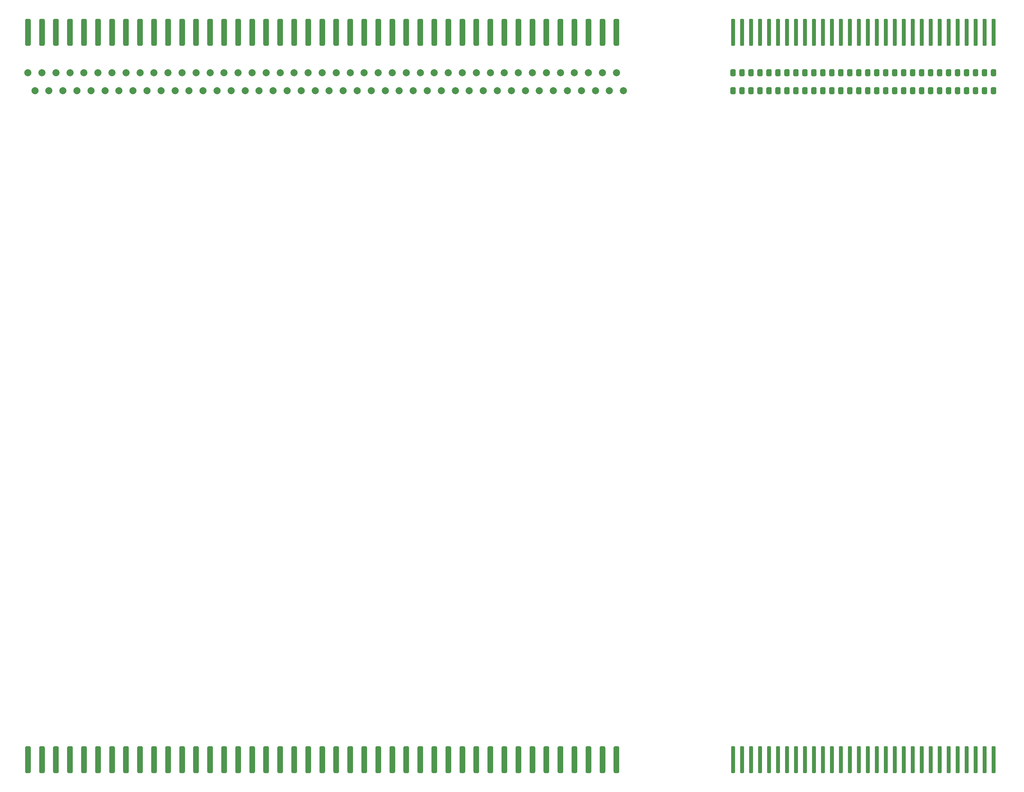
<source format=gbr>
%TF.GenerationSoftware,KiCad,Pcbnew,5.1.9+dfsg1-1~bpo10+1*%
%TF.CreationDate,2021-08-30T17:30:26+01:00*%
%TF.ProjectId,MBext,4d426578-742e-46b6-9963-61645f706362,0*%
%TF.SameCoordinates,Original*%
%TF.FileFunction,Soldermask,Bot*%
%TF.FilePolarity,Negative*%
%FSLAX46Y46*%
G04 Gerber Fmt 4.6, Leading zero omitted, Abs format (unit mm)*
G04 Created by KiCad (PCBNEW 5.1.9+dfsg1-1~bpo10+1) date 2021-08-30 17:30:26*
%MOMM*%
%LPD*%
G01*
G04 APERTURE LIST*
%ADD10C,2.000000*%
G04 APERTURE END LIST*
%TO.C,J130*%
G36*
G01*
X75399900Y-35159950D02*
X75399900Y-28340050D01*
G75*
G02*
X75799950Y-27940000I400050J0D01*
G01*
X76600050Y-27940000D01*
G75*
G02*
X77000100Y-28340050I0J-400050D01*
G01*
X77000100Y-35159950D01*
G75*
G02*
X76600050Y-35560000I-400050J0D01*
G01*
X75799950Y-35560000D01*
G75*
G02*
X75399900Y-35159950I0J400050D01*
G01*
G37*
%TD*%
%TO.C,J131*%
G36*
G01*
X79362300Y-35159950D02*
X79362300Y-28340050D01*
G75*
G02*
X79762350Y-27940000I400050J0D01*
G01*
X80562450Y-27940000D01*
G75*
G02*
X80962500Y-28340050I0J-400050D01*
G01*
X80962500Y-35159950D01*
G75*
G02*
X80562450Y-35560000I-400050J0D01*
G01*
X79762350Y-35560000D01*
G75*
G02*
X79362300Y-35159950I0J400050D01*
G01*
G37*
%TD*%
%TO.C,J132*%
G36*
G01*
X83324700Y-35159950D02*
X83324700Y-28340050D01*
G75*
G02*
X83724750Y-27940000I400050J0D01*
G01*
X84524850Y-27940000D01*
G75*
G02*
X84924900Y-28340050I0J-400050D01*
G01*
X84924900Y-35159950D01*
G75*
G02*
X84524850Y-35560000I-400050J0D01*
G01*
X83724750Y-35560000D01*
G75*
G02*
X83324700Y-35159950I0J400050D01*
G01*
G37*
%TD*%
%TO.C,J133*%
G36*
G01*
X87287100Y-35159950D02*
X87287100Y-28340050D01*
G75*
G02*
X87687150Y-27940000I400050J0D01*
G01*
X88487250Y-27940000D01*
G75*
G02*
X88887300Y-28340050I0J-400050D01*
G01*
X88887300Y-35159950D01*
G75*
G02*
X88487250Y-35560000I-400050J0D01*
G01*
X87687150Y-35560000D01*
G75*
G02*
X87287100Y-35159950I0J400050D01*
G01*
G37*
%TD*%
%TO.C,J134*%
G36*
G01*
X91249500Y-35159950D02*
X91249500Y-28340050D01*
G75*
G02*
X91649550Y-27940000I400050J0D01*
G01*
X92449650Y-27940000D01*
G75*
G02*
X92849700Y-28340050I0J-400050D01*
G01*
X92849700Y-35159950D01*
G75*
G02*
X92449650Y-35560000I-400050J0D01*
G01*
X91649550Y-35560000D01*
G75*
G02*
X91249500Y-35159950I0J400050D01*
G01*
G37*
%TD*%
%TO.C,J135*%
G36*
G01*
X95211900Y-35159950D02*
X95211900Y-28340050D01*
G75*
G02*
X95611950Y-27940000I400050J0D01*
G01*
X96412050Y-27940000D01*
G75*
G02*
X96812100Y-28340050I0J-400050D01*
G01*
X96812100Y-35159950D01*
G75*
G02*
X96412050Y-35560000I-400050J0D01*
G01*
X95611950Y-35560000D01*
G75*
G02*
X95211900Y-35159950I0J400050D01*
G01*
G37*
%TD*%
%TO.C,J136*%
G36*
G01*
X99174300Y-35159950D02*
X99174300Y-28340050D01*
G75*
G02*
X99574350Y-27940000I400050J0D01*
G01*
X100374450Y-27940000D01*
G75*
G02*
X100774500Y-28340050I0J-400050D01*
G01*
X100774500Y-35159950D01*
G75*
G02*
X100374450Y-35560000I-400050J0D01*
G01*
X99574350Y-35560000D01*
G75*
G02*
X99174300Y-35159950I0J400050D01*
G01*
G37*
%TD*%
%TO.C,J137*%
G36*
G01*
X103136700Y-35159950D02*
X103136700Y-28340050D01*
G75*
G02*
X103536750Y-27940000I400050J0D01*
G01*
X104336850Y-27940000D01*
G75*
G02*
X104736900Y-28340050I0J-400050D01*
G01*
X104736900Y-35159950D01*
G75*
G02*
X104336850Y-35560000I-400050J0D01*
G01*
X103536750Y-35560000D01*
G75*
G02*
X103136700Y-35159950I0J400050D01*
G01*
G37*
%TD*%
%TO.C,J138*%
G36*
G01*
X107099100Y-35159950D02*
X107099100Y-28340050D01*
G75*
G02*
X107499150Y-27940000I400050J0D01*
G01*
X108299250Y-27940000D01*
G75*
G02*
X108699300Y-28340050I0J-400050D01*
G01*
X108699300Y-35159950D01*
G75*
G02*
X108299250Y-35560000I-400050J0D01*
G01*
X107499150Y-35560000D01*
G75*
G02*
X107099100Y-35159950I0J400050D01*
G01*
G37*
%TD*%
%TO.C,J139*%
G36*
G01*
X111061500Y-35159950D02*
X111061500Y-28340050D01*
G75*
G02*
X111461550Y-27940000I400050J0D01*
G01*
X112261650Y-27940000D01*
G75*
G02*
X112661700Y-28340050I0J-400050D01*
G01*
X112661700Y-35159950D01*
G75*
G02*
X112261650Y-35560000I-400050J0D01*
G01*
X111461550Y-35560000D01*
G75*
G02*
X111061500Y-35159950I0J400050D01*
G01*
G37*
%TD*%
%TO.C,J140*%
G36*
G01*
X115023900Y-35159950D02*
X115023900Y-28340050D01*
G75*
G02*
X115423950Y-27940000I400050J0D01*
G01*
X116224050Y-27940000D01*
G75*
G02*
X116624100Y-28340050I0J-400050D01*
G01*
X116624100Y-35159950D01*
G75*
G02*
X116224050Y-35560000I-400050J0D01*
G01*
X115423950Y-35560000D01*
G75*
G02*
X115023900Y-35159950I0J400050D01*
G01*
G37*
%TD*%
%TO.C,J141*%
G36*
G01*
X118986300Y-35159950D02*
X118986300Y-28340050D01*
G75*
G02*
X119386350Y-27940000I400050J0D01*
G01*
X120186450Y-27940000D01*
G75*
G02*
X120586500Y-28340050I0J-400050D01*
G01*
X120586500Y-35159950D01*
G75*
G02*
X120186450Y-35560000I-400050J0D01*
G01*
X119386350Y-35560000D01*
G75*
G02*
X118986300Y-35159950I0J400050D01*
G01*
G37*
%TD*%
%TO.C,J142*%
G36*
G01*
X122948700Y-35159950D02*
X122948700Y-28340050D01*
G75*
G02*
X123348750Y-27940000I400050J0D01*
G01*
X124148850Y-27940000D01*
G75*
G02*
X124548900Y-28340050I0J-400050D01*
G01*
X124548900Y-35159950D01*
G75*
G02*
X124148850Y-35560000I-400050J0D01*
G01*
X123348750Y-35560000D01*
G75*
G02*
X122948700Y-35159950I0J400050D01*
G01*
G37*
%TD*%
%TO.C,J143*%
G36*
G01*
X126911100Y-35159950D02*
X126911100Y-28340050D01*
G75*
G02*
X127311150Y-27940000I400050J0D01*
G01*
X128111250Y-27940000D01*
G75*
G02*
X128511300Y-28340050I0J-400050D01*
G01*
X128511300Y-35159950D01*
G75*
G02*
X128111250Y-35560000I-400050J0D01*
G01*
X127311150Y-35560000D01*
G75*
G02*
X126911100Y-35159950I0J400050D01*
G01*
G37*
%TD*%
%TO.C,J144*%
G36*
G01*
X130873500Y-35159950D02*
X130873500Y-28340050D01*
G75*
G02*
X131273550Y-27940000I400050J0D01*
G01*
X132073650Y-27940000D01*
G75*
G02*
X132473700Y-28340050I0J-400050D01*
G01*
X132473700Y-35159950D01*
G75*
G02*
X132073650Y-35560000I-400050J0D01*
G01*
X131273550Y-35560000D01*
G75*
G02*
X130873500Y-35159950I0J400050D01*
G01*
G37*
%TD*%
%TO.C,J145*%
G36*
G01*
X134835900Y-35159950D02*
X134835900Y-28340050D01*
G75*
G02*
X135235950Y-27940000I400050J0D01*
G01*
X136036050Y-27940000D01*
G75*
G02*
X136436100Y-28340050I0J-400050D01*
G01*
X136436100Y-35159950D01*
G75*
G02*
X136036050Y-35560000I-400050J0D01*
G01*
X135235950Y-35560000D01*
G75*
G02*
X134835900Y-35159950I0J400050D01*
G01*
G37*
%TD*%
%TO.C,J146*%
G36*
G01*
X138798300Y-35159950D02*
X138798300Y-28340050D01*
G75*
G02*
X139198350Y-27940000I400050J0D01*
G01*
X139998450Y-27940000D01*
G75*
G02*
X140398500Y-28340050I0J-400050D01*
G01*
X140398500Y-35159950D01*
G75*
G02*
X139998450Y-35560000I-400050J0D01*
G01*
X139198350Y-35560000D01*
G75*
G02*
X138798300Y-35159950I0J400050D01*
G01*
G37*
%TD*%
%TO.C,J147*%
G36*
G01*
X142760700Y-35159950D02*
X142760700Y-28340050D01*
G75*
G02*
X143160750Y-27940000I400050J0D01*
G01*
X143960850Y-27940000D01*
G75*
G02*
X144360900Y-28340050I0J-400050D01*
G01*
X144360900Y-35159950D01*
G75*
G02*
X143960850Y-35560000I-400050J0D01*
G01*
X143160750Y-35560000D01*
G75*
G02*
X142760700Y-35159950I0J400050D01*
G01*
G37*
%TD*%
%TO.C,J148*%
G36*
G01*
X146723100Y-35159950D02*
X146723100Y-28340050D01*
G75*
G02*
X147123150Y-27940000I400050J0D01*
G01*
X147923250Y-27940000D01*
G75*
G02*
X148323300Y-28340050I0J-400050D01*
G01*
X148323300Y-35159950D01*
G75*
G02*
X147923250Y-35560000I-400050J0D01*
G01*
X147123150Y-35560000D01*
G75*
G02*
X146723100Y-35159950I0J400050D01*
G01*
G37*
%TD*%
%TO.C,J149*%
G36*
G01*
X150685500Y-35159950D02*
X150685500Y-28340050D01*
G75*
G02*
X151085550Y-27940000I400050J0D01*
G01*
X151885650Y-27940000D01*
G75*
G02*
X152285700Y-28340050I0J-400050D01*
G01*
X152285700Y-35159950D01*
G75*
G02*
X151885650Y-35560000I-400050J0D01*
G01*
X151085550Y-35560000D01*
G75*
G02*
X150685500Y-35159950I0J400050D01*
G01*
G37*
%TD*%
%TO.C,J150*%
G36*
G01*
X154647900Y-35159950D02*
X154647900Y-28340050D01*
G75*
G02*
X155047950Y-27940000I400050J0D01*
G01*
X155848050Y-27940000D01*
G75*
G02*
X156248100Y-28340050I0J-400050D01*
G01*
X156248100Y-35159950D01*
G75*
G02*
X155848050Y-35560000I-400050J0D01*
G01*
X155047950Y-35560000D01*
G75*
G02*
X154647900Y-35159950I0J400050D01*
G01*
G37*
%TD*%
%TO.C,J151*%
G36*
G01*
X158610300Y-35159950D02*
X158610300Y-28340050D01*
G75*
G02*
X159010350Y-27940000I400050J0D01*
G01*
X159810450Y-27940000D01*
G75*
G02*
X160210500Y-28340050I0J-400050D01*
G01*
X160210500Y-35159950D01*
G75*
G02*
X159810450Y-35560000I-400050J0D01*
G01*
X159010350Y-35560000D01*
G75*
G02*
X158610300Y-35159950I0J400050D01*
G01*
G37*
%TD*%
%TO.C,J152*%
G36*
G01*
X162572700Y-35159950D02*
X162572700Y-28340050D01*
G75*
G02*
X162972750Y-27940000I400050J0D01*
G01*
X163772850Y-27940000D01*
G75*
G02*
X164172900Y-28340050I0J-400050D01*
G01*
X164172900Y-35159950D01*
G75*
G02*
X163772850Y-35560000I-400050J0D01*
G01*
X162972750Y-35560000D01*
G75*
G02*
X162572700Y-35159950I0J400050D01*
G01*
G37*
%TD*%
%TO.C,J153*%
G36*
G01*
X166535100Y-35159950D02*
X166535100Y-28340050D01*
G75*
G02*
X166935150Y-27940000I400050J0D01*
G01*
X167735250Y-27940000D01*
G75*
G02*
X168135300Y-28340050I0J-400050D01*
G01*
X168135300Y-35159950D01*
G75*
G02*
X167735250Y-35560000I-400050J0D01*
G01*
X166935150Y-35560000D01*
G75*
G02*
X166535100Y-35159950I0J400050D01*
G01*
G37*
%TD*%
%TO.C,J154*%
G36*
G01*
X170497500Y-35159950D02*
X170497500Y-28340050D01*
G75*
G02*
X170897550Y-27940000I400050J0D01*
G01*
X171697650Y-27940000D01*
G75*
G02*
X172097700Y-28340050I0J-400050D01*
G01*
X172097700Y-35159950D01*
G75*
G02*
X171697650Y-35560000I-400050J0D01*
G01*
X170897550Y-35560000D01*
G75*
G02*
X170497500Y-35159950I0J400050D01*
G01*
G37*
%TD*%
%TO.C,J155*%
G36*
G01*
X174459900Y-35159950D02*
X174459900Y-28340050D01*
G75*
G02*
X174859950Y-27940000I400050J0D01*
G01*
X175660050Y-27940000D01*
G75*
G02*
X176060100Y-28340050I0J-400050D01*
G01*
X176060100Y-35159950D01*
G75*
G02*
X175660050Y-35560000I-400050J0D01*
G01*
X174859950Y-35560000D01*
G75*
G02*
X174459900Y-35159950I0J400050D01*
G01*
G37*
%TD*%
%TO.C,J156*%
G36*
G01*
X178422300Y-35159950D02*
X178422300Y-28340050D01*
G75*
G02*
X178822350Y-27940000I400050J0D01*
G01*
X179622450Y-27940000D01*
G75*
G02*
X180022500Y-28340050I0J-400050D01*
G01*
X180022500Y-35159950D01*
G75*
G02*
X179622450Y-35560000I-400050J0D01*
G01*
X178822350Y-35560000D01*
G75*
G02*
X178422300Y-35159950I0J400050D01*
G01*
G37*
%TD*%
%TO.C,J157*%
G36*
G01*
X182384700Y-35159950D02*
X182384700Y-28340050D01*
G75*
G02*
X182784750Y-27940000I400050J0D01*
G01*
X183584850Y-27940000D01*
G75*
G02*
X183984900Y-28340050I0J-400050D01*
G01*
X183984900Y-35159950D01*
G75*
G02*
X183584850Y-35560000I-400050J0D01*
G01*
X182784750Y-35560000D01*
G75*
G02*
X182384700Y-35159950I0J400050D01*
G01*
G37*
%TD*%
%TO.C,J158*%
G36*
G01*
X186347100Y-35159950D02*
X186347100Y-28340050D01*
G75*
G02*
X186747150Y-27940000I400050J0D01*
G01*
X187547250Y-27940000D01*
G75*
G02*
X187947300Y-28340050I0J-400050D01*
G01*
X187947300Y-35159950D01*
G75*
G02*
X187547250Y-35560000I-400050J0D01*
G01*
X186747150Y-35560000D01*
G75*
G02*
X186347100Y-35159950I0J400050D01*
G01*
G37*
%TD*%
%TO.C,J159*%
G36*
G01*
X190309500Y-35159950D02*
X190309500Y-28340050D01*
G75*
G02*
X190709550Y-27940000I400050J0D01*
G01*
X191509650Y-27940000D01*
G75*
G02*
X191909700Y-28340050I0J-400050D01*
G01*
X191909700Y-35159950D01*
G75*
G02*
X191509650Y-35560000I-400050J0D01*
G01*
X190709550Y-35560000D01*
G75*
G02*
X190309500Y-35159950I0J400050D01*
G01*
G37*
%TD*%
%TO.C,J160*%
G36*
G01*
X194271900Y-35159950D02*
X194271900Y-28340050D01*
G75*
G02*
X194671950Y-27940000I400050J0D01*
G01*
X195472050Y-27940000D01*
G75*
G02*
X195872100Y-28340050I0J-400050D01*
G01*
X195872100Y-35159950D01*
G75*
G02*
X195472050Y-35560000I-400050J0D01*
G01*
X194671950Y-35560000D01*
G75*
G02*
X194271900Y-35159950I0J400050D01*
G01*
G37*
%TD*%
%TO.C,J161*%
G36*
G01*
X198234300Y-35159950D02*
X198234300Y-28340050D01*
G75*
G02*
X198634350Y-27940000I400050J0D01*
G01*
X199434450Y-27940000D01*
G75*
G02*
X199834500Y-28340050I0J-400050D01*
G01*
X199834500Y-35159950D01*
G75*
G02*
X199434450Y-35560000I-400050J0D01*
G01*
X198634350Y-35560000D01*
G75*
G02*
X198234300Y-35159950I0J400050D01*
G01*
G37*
%TD*%
%TO.C,J162*%
G36*
G01*
X202196700Y-35159950D02*
X202196700Y-28340050D01*
G75*
G02*
X202596750Y-27940000I400050J0D01*
G01*
X203396850Y-27940000D01*
G75*
G02*
X203796900Y-28340050I0J-400050D01*
G01*
X203796900Y-35159950D01*
G75*
G02*
X203396850Y-35560000I-400050J0D01*
G01*
X202596750Y-35560000D01*
G75*
G02*
X202196700Y-35159950I0J400050D01*
G01*
G37*
%TD*%
%TO.C,J163*%
G36*
G01*
X206159100Y-35159950D02*
X206159100Y-28340050D01*
G75*
G02*
X206559150Y-27940000I400050J0D01*
G01*
X207359250Y-27940000D01*
G75*
G02*
X207759300Y-28340050I0J-400050D01*
G01*
X207759300Y-35159950D01*
G75*
G02*
X207359250Y-35560000I-400050J0D01*
G01*
X206559150Y-35560000D01*
G75*
G02*
X206159100Y-35159950I0J400050D01*
G01*
G37*
%TD*%
%TO.C,J164*%
G36*
G01*
X210121500Y-35159950D02*
X210121500Y-28340050D01*
G75*
G02*
X210521550Y-27940000I400050J0D01*
G01*
X211321650Y-27940000D01*
G75*
G02*
X211721700Y-28340050I0J-400050D01*
G01*
X211721700Y-35159950D01*
G75*
G02*
X211321650Y-35560000I-400050J0D01*
G01*
X210521550Y-35560000D01*
G75*
G02*
X210121500Y-35159950I0J400050D01*
G01*
G37*
%TD*%
%TO.C,J165*%
G36*
G01*
X214083900Y-35159950D02*
X214083900Y-28340050D01*
G75*
G02*
X214483950Y-27940000I400050J0D01*
G01*
X215284050Y-27940000D01*
G75*
G02*
X215684100Y-28340050I0J-400050D01*
G01*
X215684100Y-35159950D01*
G75*
G02*
X215284050Y-35560000I-400050J0D01*
G01*
X214483950Y-35560000D01*
G75*
G02*
X214083900Y-35159950I0J400050D01*
G01*
G37*
%TD*%
%TO.C,J166*%
G36*
G01*
X218046300Y-35159950D02*
X218046300Y-28340050D01*
G75*
G02*
X218446350Y-27940000I400050J0D01*
G01*
X219246450Y-27940000D01*
G75*
G02*
X219646500Y-28340050I0J-400050D01*
G01*
X219646500Y-35159950D01*
G75*
G02*
X219246450Y-35560000I-400050J0D01*
G01*
X218446350Y-35560000D01*
G75*
G02*
X218046300Y-35159950I0J400050D01*
G01*
G37*
%TD*%
%TO.C,J167*%
G36*
G01*
X222008700Y-35159950D02*
X222008700Y-28340050D01*
G75*
G02*
X222408750Y-27940000I400050J0D01*
G01*
X223208850Y-27940000D01*
G75*
G02*
X223608900Y-28340050I0J-400050D01*
G01*
X223608900Y-35159950D01*
G75*
G02*
X223208850Y-35560000I-400050J0D01*
G01*
X222408750Y-35560000D01*
G75*
G02*
X222008700Y-35159950I0J400050D01*
G01*
G37*
%TD*%
%TO.C,J168*%
G36*
G01*
X225971100Y-35159950D02*
X225971100Y-28340050D01*
G75*
G02*
X226371150Y-27940000I400050J0D01*
G01*
X227171250Y-27940000D01*
G75*
G02*
X227571300Y-28340050I0J-400050D01*
G01*
X227571300Y-35159950D01*
G75*
G02*
X227171250Y-35560000I-400050J0D01*
G01*
X226371150Y-35560000D01*
G75*
G02*
X225971100Y-35159950I0J400050D01*
G01*
G37*
%TD*%
%TO.C,J169*%
G36*
G01*
X229933500Y-35159950D02*
X229933500Y-28340050D01*
G75*
G02*
X230333550Y-27940000I400050J0D01*
G01*
X231133650Y-27940000D01*
G75*
G02*
X231533700Y-28340050I0J-400050D01*
G01*
X231533700Y-35159950D01*
G75*
G02*
X231133650Y-35560000I-400050J0D01*
G01*
X230333550Y-35560000D01*
G75*
G02*
X229933500Y-35159950I0J400050D01*
G01*
G37*
%TD*%
%TO.C,J170*%
G36*
G01*
X233895900Y-35159950D02*
X233895900Y-28340050D01*
G75*
G02*
X234295950Y-27940000I400050J0D01*
G01*
X235096050Y-27940000D01*
G75*
G02*
X235496100Y-28340050I0J-400050D01*
G01*
X235496100Y-35159950D01*
G75*
G02*
X235096050Y-35560000I-400050J0D01*
G01*
X234295950Y-35560000D01*
G75*
G02*
X233895900Y-35159950I0J400050D01*
G01*
G37*
%TD*%
%TO.C,J171*%
G36*
G01*
X237858300Y-35159950D02*
X237858300Y-28340050D01*
G75*
G02*
X238258350Y-27940000I400050J0D01*
G01*
X239058450Y-27940000D01*
G75*
G02*
X239458500Y-28340050I0J-400050D01*
G01*
X239458500Y-35159950D01*
G75*
G02*
X239058450Y-35560000I-400050J0D01*
G01*
X238258350Y-35560000D01*
G75*
G02*
X237858300Y-35159950I0J400050D01*
G01*
G37*
%TD*%
%TO.C,J172*%
G36*
G01*
X241820700Y-35159950D02*
X241820700Y-28340050D01*
G75*
G02*
X242220750Y-27940000I400050J0D01*
G01*
X243020850Y-27940000D01*
G75*
G02*
X243420900Y-28340050I0J-400050D01*
G01*
X243420900Y-35159950D01*
G75*
G02*
X243020850Y-35560000I-400050J0D01*
G01*
X242220750Y-35560000D01*
G75*
G02*
X241820700Y-35159950I0J400050D01*
G01*
G37*
%TD*%
%TO.C,J265*%
G36*
G01*
X275018500Y-35274250D02*
X275018500Y-28225750D01*
G75*
G02*
X275304250Y-27940000I285750J0D01*
G01*
X275875750Y-27940000D01*
G75*
G02*
X276161500Y-28225750I0J-285750D01*
G01*
X276161500Y-35274250D01*
G75*
G02*
X275875750Y-35560000I-285750J0D01*
G01*
X275304250Y-35560000D01*
G75*
G02*
X275018500Y-35274250I0J285750D01*
G01*
G37*
%TD*%
%TO.C,J266*%
G36*
G01*
X277558500Y-35274250D02*
X277558500Y-28225750D01*
G75*
G02*
X277844250Y-27940000I285750J0D01*
G01*
X278415750Y-27940000D01*
G75*
G02*
X278701500Y-28225750I0J-285750D01*
G01*
X278701500Y-35274250D01*
G75*
G02*
X278415750Y-35560000I-285750J0D01*
G01*
X277844250Y-35560000D01*
G75*
G02*
X277558500Y-35274250I0J285750D01*
G01*
G37*
%TD*%
%TO.C,J267*%
G36*
G01*
X280098500Y-35274250D02*
X280098500Y-28225750D01*
G75*
G02*
X280384250Y-27940000I285750J0D01*
G01*
X280955750Y-27940000D01*
G75*
G02*
X281241500Y-28225750I0J-285750D01*
G01*
X281241500Y-35274250D01*
G75*
G02*
X280955750Y-35560000I-285750J0D01*
G01*
X280384250Y-35560000D01*
G75*
G02*
X280098500Y-35274250I0J285750D01*
G01*
G37*
%TD*%
%TO.C,J268*%
G36*
G01*
X282638500Y-35274250D02*
X282638500Y-28225750D01*
G75*
G02*
X282924250Y-27940000I285750J0D01*
G01*
X283495750Y-27940000D01*
G75*
G02*
X283781500Y-28225750I0J-285750D01*
G01*
X283781500Y-35274250D01*
G75*
G02*
X283495750Y-35560000I-285750J0D01*
G01*
X282924250Y-35560000D01*
G75*
G02*
X282638500Y-35274250I0J285750D01*
G01*
G37*
%TD*%
%TO.C,J269*%
G36*
G01*
X285178500Y-35274250D02*
X285178500Y-28225750D01*
G75*
G02*
X285464250Y-27940000I285750J0D01*
G01*
X286035750Y-27940000D01*
G75*
G02*
X286321500Y-28225750I0J-285750D01*
G01*
X286321500Y-35274250D01*
G75*
G02*
X286035750Y-35560000I-285750J0D01*
G01*
X285464250Y-35560000D01*
G75*
G02*
X285178500Y-35274250I0J285750D01*
G01*
G37*
%TD*%
%TO.C,J270*%
G36*
G01*
X287718500Y-35274250D02*
X287718500Y-28225750D01*
G75*
G02*
X288004250Y-27940000I285750J0D01*
G01*
X288575750Y-27940000D01*
G75*
G02*
X288861500Y-28225750I0J-285750D01*
G01*
X288861500Y-35274250D01*
G75*
G02*
X288575750Y-35560000I-285750J0D01*
G01*
X288004250Y-35560000D01*
G75*
G02*
X287718500Y-35274250I0J285750D01*
G01*
G37*
%TD*%
%TO.C,J271*%
G36*
G01*
X290258500Y-35274250D02*
X290258500Y-28225750D01*
G75*
G02*
X290544250Y-27940000I285750J0D01*
G01*
X291115750Y-27940000D01*
G75*
G02*
X291401500Y-28225750I0J-285750D01*
G01*
X291401500Y-35274250D01*
G75*
G02*
X291115750Y-35560000I-285750J0D01*
G01*
X290544250Y-35560000D01*
G75*
G02*
X290258500Y-35274250I0J285750D01*
G01*
G37*
%TD*%
%TO.C,J272*%
G36*
G01*
X292798500Y-35274250D02*
X292798500Y-28225750D01*
G75*
G02*
X293084250Y-27940000I285750J0D01*
G01*
X293655750Y-27940000D01*
G75*
G02*
X293941500Y-28225750I0J-285750D01*
G01*
X293941500Y-35274250D01*
G75*
G02*
X293655750Y-35560000I-285750J0D01*
G01*
X293084250Y-35560000D01*
G75*
G02*
X292798500Y-35274250I0J285750D01*
G01*
G37*
%TD*%
%TO.C,J273*%
G36*
G01*
X295338500Y-35274250D02*
X295338500Y-28225750D01*
G75*
G02*
X295624250Y-27940000I285750J0D01*
G01*
X296195750Y-27940000D01*
G75*
G02*
X296481500Y-28225750I0J-285750D01*
G01*
X296481500Y-35274250D01*
G75*
G02*
X296195750Y-35560000I-285750J0D01*
G01*
X295624250Y-35560000D01*
G75*
G02*
X295338500Y-35274250I0J285750D01*
G01*
G37*
%TD*%
%TO.C,J274*%
G36*
G01*
X297878500Y-35274250D02*
X297878500Y-28225750D01*
G75*
G02*
X298164250Y-27940000I285750J0D01*
G01*
X298735750Y-27940000D01*
G75*
G02*
X299021500Y-28225750I0J-285750D01*
G01*
X299021500Y-35274250D01*
G75*
G02*
X298735750Y-35560000I-285750J0D01*
G01*
X298164250Y-35560000D01*
G75*
G02*
X297878500Y-35274250I0J285750D01*
G01*
G37*
%TD*%
%TO.C,J275*%
G36*
G01*
X300418500Y-35274250D02*
X300418500Y-28225750D01*
G75*
G02*
X300704250Y-27940000I285750J0D01*
G01*
X301275750Y-27940000D01*
G75*
G02*
X301561500Y-28225750I0J-285750D01*
G01*
X301561500Y-35274250D01*
G75*
G02*
X301275750Y-35560000I-285750J0D01*
G01*
X300704250Y-35560000D01*
G75*
G02*
X300418500Y-35274250I0J285750D01*
G01*
G37*
%TD*%
%TO.C,J276*%
G36*
G01*
X302958500Y-35274250D02*
X302958500Y-28225750D01*
G75*
G02*
X303244250Y-27940000I285750J0D01*
G01*
X303815750Y-27940000D01*
G75*
G02*
X304101500Y-28225750I0J-285750D01*
G01*
X304101500Y-35274250D01*
G75*
G02*
X303815750Y-35560000I-285750J0D01*
G01*
X303244250Y-35560000D01*
G75*
G02*
X302958500Y-35274250I0J285750D01*
G01*
G37*
%TD*%
%TO.C,J277*%
G36*
G01*
X305498500Y-35274250D02*
X305498500Y-28225750D01*
G75*
G02*
X305784250Y-27940000I285750J0D01*
G01*
X306355750Y-27940000D01*
G75*
G02*
X306641500Y-28225750I0J-285750D01*
G01*
X306641500Y-35274250D01*
G75*
G02*
X306355750Y-35560000I-285750J0D01*
G01*
X305784250Y-35560000D01*
G75*
G02*
X305498500Y-35274250I0J285750D01*
G01*
G37*
%TD*%
%TO.C,J278*%
G36*
G01*
X308038500Y-35274250D02*
X308038500Y-28225750D01*
G75*
G02*
X308324250Y-27940000I285750J0D01*
G01*
X308895750Y-27940000D01*
G75*
G02*
X309181500Y-28225750I0J-285750D01*
G01*
X309181500Y-35274250D01*
G75*
G02*
X308895750Y-35560000I-285750J0D01*
G01*
X308324250Y-35560000D01*
G75*
G02*
X308038500Y-35274250I0J285750D01*
G01*
G37*
%TD*%
%TO.C,J279*%
G36*
G01*
X310578500Y-35274250D02*
X310578500Y-28225750D01*
G75*
G02*
X310864250Y-27940000I285750J0D01*
G01*
X311435750Y-27940000D01*
G75*
G02*
X311721500Y-28225750I0J-285750D01*
G01*
X311721500Y-35274250D01*
G75*
G02*
X311435750Y-35560000I-285750J0D01*
G01*
X310864250Y-35560000D01*
G75*
G02*
X310578500Y-35274250I0J285750D01*
G01*
G37*
%TD*%
%TO.C,J280*%
G36*
G01*
X313118500Y-35274250D02*
X313118500Y-28225750D01*
G75*
G02*
X313404250Y-27940000I285750J0D01*
G01*
X313975750Y-27940000D01*
G75*
G02*
X314261500Y-28225750I0J-285750D01*
G01*
X314261500Y-35274250D01*
G75*
G02*
X313975750Y-35560000I-285750J0D01*
G01*
X313404250Y-35560000D01*
G75*
G02*
X313118500Y-35274250I0J285750D01*
G01*
G37*
%TD*%
%TO.C,J281*%
G36*
G01*
X315658500Y-35274250D02*
X315658500Y-28225750D01*
G75*
G02*
X315944250Y-27940000I285750J0D01*
G01*
X316515750Y-27940000D01*
G75*
G02*
X316801500Y-28225750I0J-285750D01*
G01*
X316801500Y-35274250D01*
G75*
G02*
X316515750Y-35560000I-285750J0D01*
G01*
X315944250Y-35560000D01*
G75*
G02*
X315658500Y-35274250I0J285750D01*
G01*
G37*
%TD*%
%TO.C,J282*%
G36*
G01*
X318198500Y-35274250D02*
X318198500Y-28225750D01*
G75*
G02*
X318484250Y-27940000I285750J0D01*
G01*
X319055750Y-27940000D01*
G75*
G02*
X319341500Y-28225750I0J-285750D01*
G01*
X319341500Y-35274250D01*
G75*
G02*
X319055750Y-35560000I-285750J0D01*
G01*
X318484250Y-35560000D01*
G75*
G02*
X318198500Y-35274250I0J285750D01*
G01*
G37*
%TD*%
%TO.C,J283*%
G36*
G01*
X320738500Y-35274250D02*
X320738500Y-28225750D01*
G75*
G02*
X321024250Y-27940000I285750J0D01*
G01*
X321595750Y-27940000D01*
G75*
G02*
X321881500Y-28225750I0J-285750D01*
G01*
X321881500Y-35274250D01*
G75*
G02*
X321595750Y-35560000I-285750J0D01*
G01*
X321024250Y-35560000D01*
G75*
G02*
X320738500Y-35274250I0J285750D01*
G01*
G37*
%TD*%
%TO.C,J284*%
G36*
G01*
X323278500Y-35274250D02*
X323278500Y-28225750D01*
G75*
G02*
X323564250Y-27940000I285750J0D01*
G01*
X324135750Y-27940000D01*
G75*
G02*
X324421500Y-28225750I0J-285750D01*
G01*
X324421500Y-35274250D01*
G75*
G02*
X324135750Y-35560000I-285750J0D01*
G01*
X323564250Y-35560000D01*
G75*
G02*
X323278500Y-35274250I0J285750D01*
G01*
G37*
%TD*%
%TO.C,J285*%
G36*
G01*
X325818500Y-35274250D02*
X325818500Y-28225750D01*
G75*
G02*
X326104250Y-27940000I285750J0D01*
G01*
X326675750Y-27940000D01*
G75*
G02*
X326961500Y-28225750I0J-285750D01*
G01*
X326961500Y-35274250D01*
G75*
G02*
X326675750Y-35560000I-285750J0D01*
G01*
X326104250Y-35560000D01*
G75*
G02*
X325818500Y-35274250I0J285750D01*
G01*
G37*
%TD*%
%TO.C,J286*%
G36*
G01*
X328358500Y-35274250D02*
X328358500Y-28225750D01*
G75*
G02*
X328644250Y-27940000I285750J0D01*
G01*
X329215750Y-27940000D01*
G75*
G02*
X329501500Y-28225750I0J-285750D01*
G01*
X329501500Y-35274250D01*
G75*
G02*
X329215750Y-35560000I-285750J0D01*
G01*
X328644250Y-35560000D01*
G75*
G02*
X328358500Y-35274250I0J285750D01*
G01*
G37*
%TD*%
%TO.C,J287*%
G36*
G01*
X330898500Y-35274250D02*
X330898500Y-28225750D01*
G75*
G02*
X331184250Y-27940000I285750J0D01*
G01*
X331755750Y-27940000D01*
G75*
G02*
X332041500Y-28225750I0J-285750D01*
G01*
X332041500Y-35274250D01*
G75*
G02*
X331755750Y-35560000I-285750J0D01*
G01*
X331184250Y-35560000D01*
G75*
G02*
X330898500Y-35274250I0J285750D01*
G01*
G37*
%TD*%
%TO.C,J288*%
G36*
G01*
X333438500Y-35274250D02*
X333438500Y-28225750D01*
G75*
G02*
X333724250Y-27940000I285750J0D01*
G01*
X334295750Y-27940000D01*
G75*
G02*
X334581500Y-28225750I0J-285750D01*
G01*
X334581500Y-35274250D01*
G75*
G02*
X334295750Y-35560000I-285750J0D01*
G01*
X333724250Y-35560000D01*
G75*
G02*
X333438500Y-35274250I0J285750D01*
G01*
G37*
%TD*%
%TO.C,J289*%
G36*
G01*
X335978500Y-35274250D02*
X335978500Y-28225750D01*
G75*
G02*
X336264250Y-27940000I285750J0D01*
G01*
X336835750Y-27940000D01*
G75*
G02*
X337121500Y-28225750I0J-285750D01*
G01*
X337121500Y-35274250D01*
G75*
G02*
X336835750Y-35560000I-285750J0D01*
G01*
X336264250Y-35560000D01*
G75*
G02*
X335978500Y-35274250I0J285750D01*
G01*
G37*
%TD*%
%TO.C,J290*%
G36*
G01*
X338518500Y-35274250D02*
X338518500Y-28225750D01*
G75*
G02*
X338804250Y-27940000I285750J0D01*
G01*
X339375750Y-27940000D01*
G75*
G02*
X339661500Y-28225750I0J-285750D01*
G01*
X339661500Y-35274250D01*
G75*
G02*
X339375750Y-35560000I-285750J0D01*
G01*
X338804250Y-35560000D01*
G75*
G02*
X338518500Y-35274250I0J285750D01*
G01*
G37*
%TD*%
%TO.C,J291*%
G36*
G01*
X341058500Y-35274250D02*
X341058500Y-28225750D01*
G75*
G02*
X341344250Y-27940000I285750J0D01*
G01*
X341915750Y-27940000D01*
G75*
G02*
X342201500Y-28225750I0J-285750D01*
G01*
X342201500Y-35274250D01*
G75*
G02*
X341915750Y-35560000I-285750J0D01*
G01*
X341344250Y-35560000D01*
G75*
G02*
X341058500Y-35274250I0J285750D01*
G01*
G37*
%TD*%
%TO.C,J292*%
G36*
G01*
X343598500Y-35274250D02*
X343598500Y-28225750D01*
G75*
G02*
X343884250Y-27940000I285750J0D01*
G01*
X344455750Y-27940000D01*
G75*
G02*
X344741500Y-28225750I0J-285750D01*
G01*
X344741500Y-35274250D01*
G75*
G02*
X344455750Y-35560000I-285750J0D01*
G01*
X343884250Y-35560000D01*
G75*
G02*
X343598500Y-35274250I0J285750D01*
G01*
G37*
%TD*%
%TO.C,J293*%
G36*
G01*
X346138500Y-35274250D02*
X346138500Y-28225750D01*
G75*
G02*
X346424250Y-27940000I285750J0D01*
G01*
X346995750Y-27940000D01*
G75*
G02*
X347281500Y-28225750I0J-285750D01*
G01*
X347281500Y-35274250D01*
G75*
G02*
X346995750Y-35560000I-285750J0D01*
G01*
X346424250Y-35560000D01*
G75*
G02*
X346138500Y-35274250I0J285750D01*
G01*
G37*
%TD*%
%TO.C,J294*%
G36*
G01*
X348678500Y-35274250D02*
X348678500Y-28225750D01*
G75*
G02*
X348964250Y-27940000I285750J0D01*
G01*
X349535750Y-27940000D01*
G75*
G02*
X349821500Y-28225750I0J-285750D01*
G01*
X349821500Y-35274250D01*
G75*
G02*
X349535750Y-35560000I-285750J0D01*
G01*
X348964250Y-35560000D01*
G75*
G02*
X348678500Y-35274250I0J285750D01*
G01*
G37*
%TD*%
%TO.C,P1_2*%
G36*
G01*
X75399900Y-240899950D02*
X75399900Y-234080050D01*
G75*
G02*
X75799950Y-233680000I400050J0D01*
G01*
X76600050Y-233680000D01*
G75*
G02*
X77000100Y-234080050I0J-400050D01*
G01*
X77000100Y-240899950D01*
G75*
G02*
X76600050Y-241300000I-400050J0D01*
G01*
X75799950Y-241300000D01*
G75*
G02*
X75399900Y-240899950I0J400050D01*
G01*
G37*
%TD*%
%TO.C,P1_4*%
G36*
G01*
X79362300Y-240899950D02*
X79362300Y-234080050D01*
G75*
G02*
X79762350Y-233680000I400050J0D01*
G01*
X80562450Y-233680000D01*
G75*
G02*
X80962500Y-234080050I0J-400050D01*
G01*
X80962500Y-240899950D01*
G75*
G02*
X80562450Y-241300000I-400050J0D01*
G01*
X79762350Y-241300000D01*
G75*
G02*
X79362300Y-240899950I0J400050D01*
G01*
G37*
%TD*%
%TO.C,P1_6*%
G36*
G01*
X83324700Y-240899950D02*
X83324700Y-234080050D01*
G75*
G02*
X83724750Y-233680000I400050J0D01*
G01*
X84524850Y-233680000D01*
G75*
G02*
X84924900Y-234080050I0J-400050D01*
G01*
X84924900Y-240899950D01*
G75*
G02*
X84524850Y-241300000I-400050J0D01*
G01*
X83724750Y-241300000D01*
G75*
G02*
X83324700Y-240899950I0J400050D01*
G01*
G37*
%TD*%
%TO.C,P1_8*%
G36*
G01*
X87287100Y-240899950D02*
X87287100Y-234080050D01*
G75*
G02*
X87687150Y-233680000I400050J0D01*
G01*
X88487250Y-233680000D01*
G75*
G02*
X88887300Y-234080050I0J-400050D01*
G01*
X88887300Y-240899950D01*
G75*
G02*
X88487250Y-241300000I-400050J0D01*
G01*
X87687150Y-241300000D01*
G75*
G02*
X87287100Y-240899950I0J400050D01*
G01*
G37*
%TD*%
%TO.C,P1_10*%
G36*
G01*
X91249500Y-240899950D02*
X91249500Y-234080050D01*
G75*
G02*
X91649550Y-233680000I400050J0D01*
G01*
X92449650Y-233680000D01*
G75*
G02*
X92849700Y-234080050I0J-400050D01*
G01*
X92849700Y-240899950D01*
G75*
G02*
X92449650Y-241300000I-400050J0D01*
G01*
X91649550Y-241300000D01*
G75*
G02*
X91249500Y-240899950I0J400050D01*
G01*
G37*
%TD*%
%TO.C,P1_12*%
G36*
G01*
X95211900Y-240899950D02*
X95211900Y-234080050D01*
G75*
G02*
X95611950Y-233680000I400050J0D01*
G01*
X96412050Y-233680000D01*
G75*
G02*
X96812100Y-234080050I0J-400050D01*
G01*
X96812100Y-240899950D01*
G75*
G02*
X96412050Y-241300000I-400050J0D01*
G01*
X95611950Y-241300000D01*
G75*
G02*
X95211900Y-240899950I0J400050D01*
G01*
G37*
%TD*%
%TO.C,P1_14*%
G36*
G01*
X99174300Y-240899950D02*
X99174300Y-234080050D01*
G75*
G02*
X99574350Y-233680000I400050J0D01*
G01*
X100374450Y-233680000D01*
G75*
G02*
X100774500Y-234080050I0J-400050D01*
G01*
X100774500Y-240899950D01*
G75*
G02*
X100374450Y-241300000I-400050J0D01*
G01*
X99574350Y-241300000D01*
G75*
G02*
X99174300Y-240899950I0J400050D01*
G01*
G37*
%TD*%
%TO.C,P1_16*%
G36*
G01*
X103136700Y-240899950D02*
X103136700Y-234080050D01*
G75*
G02*
X103536750Y-233680000I400050J0D01*
G01*
X104336850Y-233680000D01*
G75*
G02*
X104736900Y-234080050I0J-400050D01*
G01*
X104736900Y-240899950D01*
G75*
G02*
X104336850Y-241300000I-400050J0D01*
G01*
X103536750Y-241300000D01*
G75*
G02*
X103136700Y-240899950I0J400050D01*
G01*
G37*
%TD*%
%TO.C,P1_18*%
G36*
G01*
X107099100Y-240899950D02*
X107099100Y-234080050D01*
G75*
G02*
X107499150Y-233680000I400050J0D01*
G01*
X108299250Y-233680000D01*
G75*
G02*
X108699300Y-234080050I0J-400050D01*
G01*
X108699300Y-240899950D01*
G75*
G02*
X108299250Y-241300000I-400050J0D01*
G01*
X107499150Y-241300000D01*
G75*
G02*
X107099100Y-240899950I0J400050D01*
G01*
G37*
%TD*%
%TO.C,P1_20*%
G36*
G01*
X111061500Y-240899950D02*
X111061500Y-234080050D01*
G75*
G02*
X111461550Y-233680000I400050J0D01*
G01*
X112261650Y-233680000D01*
G75*
G02*
X112661700Y-234080050I0J-400050D01*
G01*
X112661700Y-240899950D01*
G75*
G02*
X112261650Y-241300000I-400050J0D01*
G01*
X111461550Y-241300000D01*
G75*
G02*
X111061500Y-240899950I0J400050D01*
G01*
G37*
%TD*%
%TO.C,P1_22*%
G36*
G01*
X115023900Y-240899950D02*
X115023900Y-234080050D01*
G75*
G02*
X115423950Y-233680000I400050J0D01*
G01*
X116224050Y-233680000D01*
G75*
G02*
X116624100Y-234080050I0J-400050D01*
G01*
X116624100Y-240899950D01*
G75*
G02*
X116224050Y-241300000I-400050J0D01*
G01*
X115423950Y-241300000D01*
G75*
G02*
X115023900Y-240899950I0J400050D01*
G01*
G37*
%TD*%
%TO.C,P1_24*%
G36*
G01*
X118986300Y-240899950D02*
X118986300Y-234080050D01*
G75*
G02*
X119386350Y-233680000I400050J0D01*
G01*
X120186450Y-233680000D01*
G75*
G02*
X120586500Y-234080050I0J-400050D01*
G01*
X120586500Y-240899950D01*
G75*
G02*
X120186450Y-241300000I-400050J0D01*
G01*
X119386350Y-241300000D01*
G75*
G02*
X118986300Y-240899950I0J400050D01*
G01*
G37*
%TD*%
%TO.C,P1_26*%
G36*
G01*
X122948700Y-240899950D02*
X122948700Y-234080050D01*
G75*
G02*
X123348750Y-233680000I400050J0D01*
G01*
X124148850Y-233680000D01*
G75*
G02*
X124548900Y-234080050I0J-400050D01*
G01*
X124548900Y-240899950D01*
G75*
G02*
X124148850Y-241300000I-400050J0D01*
G01*
X123348750Y-241300000D01*
G75*
G02*
X122948700Y-240899950I0J400050D01*
G01*
G37*
%TD*%
%TO.C,P1_28*%
G36*
G01*
X126911100Y-240899950D02*
X126911100Y-234080050D01*
G75*
G02*
X127311150Y-233680000I400050J0D01*
G01*
X128111250Y-233680000D01*
G75*
G02*
X128511300Y-234080050I0J-400050D01*
G01*
X128511300Y-240899950D01*
G75*
G02*
X128111250Y-241300000I-400050J0D01*
G01*
X127311150Y-241300000D01*
G75*
G02*
X126911100Y-240899950I0J400050D01*
G01*
G37*
%TD*%
%TO.C,P1_30*%
G36*
G01*
X130873500Y-240899950D02*
X130873500Y-234080050D01*
G75*
G02*
X131273550Y-233680000I400050J0D01*
G01*
X132073650Y-233680000D01*
G75*
G02*
X132473700Y-234080050I0J-400050D01*
G01*
X132473700Y-240899950D01*
G75*
G02*
X132073650Y-241300000I-400050J0D01*
G01*
X131273550Y-241300000D01*
G75*
G02*
X130873500Y-240899950I0J400050D01*
G01*
G37*
%TD*%
%TO.C,P1_32*%
G36*
G01*
X134835900Y-240899950D02*
X134835900Y-234080050D01*
G75*
G02*
X135235950Y-233680000I400050J0D01*
G01*
X136036050Y-233680000D01*
G75*
G02*
X136436100Y-234080050I0J-400050D01*
G01*
X136436100Y-240899950D01*
G75*
G02*
X136036050Y-241300000I-400050J0D01*
G01*
X135235950Y-241300000D01*
G75*
G02*
X134835900Y-240899950I0J400050D01*
G01*
G37*
%TD*%
%TO.C,P1_34*%
G36*
G01*
X138798300Y-240899950D02*
X138798300Y-234080050D01*
G75*
G02*
X139198350Y-233680000I400050J0D01*
G01*
X139998450Y-233680000D01*
G75*
G02*
X140398500Y-234080050I0J-400050D01*
G01*
X140398500Y-240899950D01*
G75*
G02*
X139998450Y-241300000I-400050J0D01*
G01*
X139198350Y-241300000D01*
G75*
G02*
X138798300Y-240899950I0J400050D01*
G01*
G37*
%TD*%
%TO.C,P1_36*%
G36*
G01*
X142760700Y-240899950D02*
X142760700Y-234080050D01*
G75*
G02*
X143160750Y-233680000I400050J0D01*
G01*
X143960850Y-233680000D01*
G75*
G02*
X144360900Y-234080050I0J-400050D01*
G01*
X144360900Y-240899950D01*
G75*
G02*
X143960850Y-241300000I-400050J0D01*
G01*
X143160750Y-241300000D01*
G75*
G02*
X142760700Y-240899950I0J400050D01*
G01*
G37*
%TD*%
%TO.C,P1_38*%
G36*
G01*
X146723100Y-240899950D02*
X146723100Y-234080050D01*
G75*
G02*
X147123150Y-233680000I400050J0D01*
G01*
X147923250Y-233680000D01*
G75*
G02*
X148323300Y-234080050I0J-400050D01*
G01*
X148323300Y-240899950D01*
G75*
G02*
X147923250Y-241300000I-400050J0D01*
G01*
X147123150Y-241300000D01*
G75*
G02*
X146723100Y-240899950I0J400050D01*
G01*
G37*
%TD*%
%TO.C,P1_40*%
G36*
G01*
X150685500Y-240899950D02*
X150685500Y-234080050D01*
G75*
G02*
X151085550Y-233680000I400050J0D01*
G01*
X151885650Y-233680000D01*
G75*
G02*
X152285700Y-234080050I0J-400050D01*
G01*
X152285700Y-240899950D01*
G75*
G02*
X151885650Y-241300000I-400050J0D01*
G01*
X151085550Y-241300000D01*
G75*
G02*
X150685500Y-240899950I0J400050D01*
G01*
G37*
%TD*%
%TO.C,P1_42*%
G36*
G01*
X154647900Y-240899950D02*
X154647900Y-234080050D01*
G75*
G02*
X155047950Y-233680000I400050J0D01*
G01*
X155848050Y-233680000D01*
G75*
G02*
X156248100Y-234080050I0J-400050D01*
G01*
X156248100Y-240899950D01*
G75*
G02*
X155848050Y-241300000I-400050J0D01*
G01*
X155047950Y-241300000D01*
G75*
G02*
X154647900Y-240899950I0J400050D01*
G01*
G37*
%TD*%
%TO.C,P1_44*%
G36*
G01*
X158610300Y-240899950D02*
X158610300Y-234080050D01*
G75*
G02*
X159010350Y-233680000I400050J0D01*
G01*
X159810450Y-233680000D01*
G75*
G02*
X160210500Y-234080050I0J-400050D01*
G01*
X160210500Y-240899950D01*
G75*
G02*
X159810450Y-241300000I-400050J0D01*
G01*
X159010350Y-241300000D01*
G75*
G02*
X158610300Y-240899950I0J400050D01*
G01*
G37*
%TD*%
%TO.C,P1_46*%
G36*
G01*
X162572700Y-240899950D02*
X162572700Y-234080050D01*
G75*
G02*
X162972750Y-233680000I400050J0D01*
G01*
X163772850Y-233680000D01*
G75*
G02*
X164172900Y-234080050I0J-400050D01*
G01*
X164172900Y-240899950D01*
G75*
G02*
X163772850Y-241300000I-400050J0D01*
G01*
X162972750Y-241300000D01*
G75*
G02*
X162572700Y-240899950I0J400050D01*
G01*
G37*
%TD*%
%TO.C,P1_48*%
G36*
G01*
X166535100Y-240899950D02*
X166535100Y-234080050D01*
G75*
G02*
X166935150Y-233680000I400050J0D01*
G01*
X167735250Y-233680000D01*
G75*
G02*
X168135300Y-234080050I0J-400050D01*
G01*
X168135300Y-240899950D01*
G75*
G02*
X167735250Y-241300000I-400050J0D01*
G01*
X166935150Y-241300000D01*
G75*
G02*
X166535100Y-240899950I0J400050D01*
G01*
G37*
%TD*%
%TO.C,P1_50*%
G36*
G01*
X170497500Y-240899950D02*
X170497500Y-234080050D01*
G75*
G02*
X170897550Y-233680000I400050J0D01*
G01*
X171697650Y-233680000D01*
G75*
G02*
X172097700Y-234080050I0J-400050D01*
G01*
X172097700Y-240899950D01*
G75*
G02*
X171697650Y-241300000I-400050J0D01*
G01*
X170897550Y-241300000D01*
G75*
G02*
X170497500Y-240899950I0J400050D01*
G01*
G37*
%TD*%
%TO.C,P1_52*%
G36*
G01*
X174459900Y-240899950D02*
X174459900Y-234080050D01*
G75*
G02*
X174859950Y-233680000I400050J0D01*
G01*
X175660050Y-233680000D01*
G75*
G02*
X176060100Y-234080050I0J-400050D01*
G01*
X176060100Y-240899950D01*
G75*
G02*
X175660050Y-241300000I-400050J0D01*
G01*
X174859950Y-241300000D01*
G75*
G02*
X174459900Y-240899950I0J400050D01*
G01*
G37*
%TD*%
%TO.C,P1_54*%
G36*
G01*
X178422300Y-240899950D02*
X178422300Y-234080050D01*
G75*
G02*
X178822350Y-233680000I400050J0D01*
G01*
X179622450Y-233680000D01*
G75*
G02*
X180022500Y-234080050I0J-400050D01*
G01*
X180022500Y-240899950D01*
G75*
G02*
X179622450Y-241300000I-400050J0D01*
G01*
X178822350Y-241300000D01*
G75*
G02*
X178422300Y-240899950I0J400050D01*
G01*
G37*
%TD*%
%TO.C,P1_56*%
G36*
G01*
X182384700Y-240899950D02*
X182384700Y-234080050D01*
G75*
G02*
X182784750Y-233680000I400050J0D01*
G01*
X183584850Y-233680000D01*
G75*
G02*
X183984900Y-234080050I0J-400050D01*
G01*
X183984900Y-240899950D01*
G75*
G02*
X183584850Y-241300000I-400050J0D01*
G01*
X182784750Y-241300000D01*
G75*
G02*
X182384700Y-240899950I0J400050D01*
G01*
G37*
%TD*%
%TO.C,P1_58*%
G36*
G01*
X186347100Y-240899950D02*
X186347100Y-234080050D01*
G75*
G02*
X186747150Y-233680000I400050J0D01*
G01*
X187547250Y-233680000D01*
G75*
G02*
X187947300Y-234080050I0J-400050D01*
G01*
X187947300Y-240899950D01*
G75*
G02*
X187547250Y-241300000I-400050J0D01*
G01*
X186747150Y-241300000D01*
G75*
G02*
X186347100Y-240899950I0J400050D01*
G01*
G37*
%TD*%
%TO.C,P1_60*%
G36*
G01*
X190309500Y-240899950D02*
X190309500Y-234080050D01*
G75*
G02*
X190709550Y-233680000I400050J0D01*
G01*
X191509650Y-233680000D01*
G75*
G02*
X191909700Y-234080050I0J-400050D01*
G01*
X191909700Y-240899950D01*
G75*
G02*
X191509650Y-241300000I-400050J0D01*
G01*
X190709550Y-241300000D01*
G75*
G02*
X190309500Y-240899950I0J400050D01*
G01*
G37*
%TD*%
%TO.C,P1_62*%
G36*
G01*
X194271900Y-240899950D02*
X194271900Y-234080050D01*
G75*
G02*
X194671950Y-233680000I400050J0D01*
G01*
X195472050Y-233680000D01*
G75*
G02*
X195872100Y-234080050I0J-400050D01*
G01*
X195872100Y-240899950D01*
G75*
G02*
X195472050Y-241300000I-400050J0D01*
G01*
X194671950Y-241300000D01*
G75*
G02*
X194271900Y-240899950I0J400050D01*
G01*
G37*
%TD*%
%TO.C,P1_64*%
G36*
G01*
X198234300Y-240899950D02*
X198234300Y-234080050D01*
G75*
G02*
X198634350Y-233680000I400050J0D01*
G01*
X199434450Y-233680000D01*
G75*
G02*
X199834500Y-234080050I0J-400050D01*
G01*
X199834500Y-240899950D01*
G75*
G02*
X199434450Y-241300000I-400050J0D01*
G01*
X198634350Y-241300000D01*
G75*
G02*
X198234300Y-240899950I0J400050D01*
G01*
G37*
%TD*%
%TO.C,P1_66*%
G36*
G01*
X202196700Y-240899950D02*
X202196700Y-234080050D01*
G75*
G02*
X202596750Y-233680000I400050J0D01*
G01*
X203396850Y-233680000D01*
G75*
G02*
X203796900Y-234080050I0J-400050D01*
G01*
X203796900Y-240899950D01*
G75*
G02*
X203396850Y-241300000I-400050J0D01*
G01*
X202596750Y-241300000D01*
G75*
G02*
X202196700Y-240899950I0J400050D01*
G01*
G37*
%TD*%
%TO.C,P1_68*%
G36*
G01*
X206159100Y-240899950D02*
X206159100Y-234080050D01*
G75*
G02*
X206559150Y-233680000I400050J0D01*
G01*
X207359250Y-233680000D01*
G75*
G02*
X207759300Y-234080050I0J-400050D01*
G01*
X207759300Y-240899950D01*
G75*
G02*
X207359250Y-241300000I-400050J0D01*
G01*
X206559150Y-241300000D01*
G75*
G02*
X206159100Y-240899950I0J400050D01*
G01*
G37*
%TD*%
%TO.C,P1_70*%
G36*
G01*
X210121500Y-240899950D02*
X210121500Y-234080050D01*
G75*
G02*
X210521550Y-233680000I400050J0D01*
G01*
X211321650Y-233680000D01*
G75*
G02*
X211721700Y-234080050I0J-400050D01*
G01*
X211721700Y-240899950D01*
G75*
G02*
X211321650Y-241300000I-400050J0D01*
G01*
X210521550Y-241300000D01*
G75*
G02*
X210121500Y-240899950I0J400050D01*
G01*
G37*
%TD*%
%TO.C,P1_72*%
G36*
G01*
X214083900Y-240899950D02*
X214083900Y-234080050D01*
G75*
G02*
X214483950Y-233680000I400050J0D01*
G01*
X215284050Y-233680000D01*
G75*
G02*
X215684100Y-234080050I0J-400050D01*
G01*
X215684100Y-240899950D01*
G75*
G02*
X215284050Y-241300000I-400050J0D01*
G01*
X214483950Y-241300000D01*
G75*
G02*
X214083900Y-240899950I0J400050D01*
G01*
G37*
%TD*%
%TO.C,P1_74*%
G36*
G01*
X218046300Y-240899950D02*
X218046300Y-234080050D01*
G75*
G02*
X218446350Y-233680000I400050J0D01*
G01*
X219246450Y-233680000D01*
G75*
G02*
X219646500Y-234080050I0J-400050D01*
G01*
X219646500Y-240899950D01*
G75*
G02*
X219246450Y-241300000I-400050J0D01*
G01*
X218446350Y-241300000D01*
G75*
G02*
X218046300Y-240899950I0J400050D01*
G01*
G37*
%TD*%
%TO.C,P1_76*%
G36*
G01*
X222008700Y-240899950D02*
X222008700Y-234080050D01*
G75*
G02*
X222408750Y-233680000I400050J0D01*
G01*
X223208850Y-233680000D01*
G75*
G02*
X223608900Y-234080050I0J-400050D01*
G01*
X223608900Y-240899950D01*
G75*
G02*
X223208850Y-241300000I-400050J0D01*
G01*
X222408750Y-241300000D01*
G75*
G02*
X222008700Y-240899950I0J400050D01*
G01*
G37*
%TD*%
%TO.C,P1_78*%
G36*
G01*
X225971100Y-240899950D02*
X225971100Y-234080050D01*
G75*
G02*
X226371150Y-233680000I400050J0D01*
G01*
X227171250Y-233680000D01*
G75*
G02*
X227571300Y-234080050I0J-400050D01*
G01*
X227571300Y-240899950D01*
G75*
G02*
X227171250Y-241300000I-400050J0D01*
G01*
X226371150Y-241300000D01*
G75*
G02*
X225971100Y-240899950I0J400050D01*
G01*
G37*
%TD*%
%TO.C,P1_80*%
G36*
G01*
X229933500Y-240899950D02*
X229933500Y-234080050D01*
G75*
G02*
X230333550Y-233680000I400050J0D01*
G01*
X231133650Y-233680000D01*
G75*
G02*
X231533700Y-234080050I0J-400050D01*
G01*
X231533700Y-240899950D01*
G75*
G02*
X231133650Y-241300000I-400050J0D01*
G01*
X230333550Y-241300000D01*
G75*
G02*
X229933500Y-240899950I0J400050D01*
G01*
G37*
%TD*%
%TO.C,P1_82*%
G36*
G01*
X233895900Y-240899950D02*
X233895900Y-234080050D01*
G75*
G02*
X234295950Y-233680000I400050J0D01*
G01*
X235096050Y-233680000D01*
G75*
G02*
X235496100Y-234080050I0J-400050D01*
G01*
X235496100Y-240899950D01*
G75*
G02*
X235096050Y-241300000I-400050J0D01*
G01*
X234295950Y-241300000D01*
G75*
G02*
X233895900Y-240899950I0J400050D01*
G01*
G37*
%TD*%
%TO.C,P1_84*%
G36*
G01*
X237858300Y-240899950D02*
X237858300Y-234080050D01*
G75*
G02*
X238258350Y-233680000I400050J0D01*
G01*
X239058450Y-233680000D01*
G75*
G02*
X239458500Y-234080050I0J-400050D01*
G01*
X239458500Y-240899950D01*
G75*
G02*
X239058450Y-241300000I-400050J0D01*
G01*
X238258350Y-241300000D01*
G75*
G02*
X237858300Y-240899950I0J400050D01*
G01*
G37*
%TD*%
%TO.C,P1_86*%
G36*
G01*
X241820700Y-240899950D02*
X241820700Y-234080050D01*
G75*
G02*
X242220750Y-233680000I400050J0D01*
G01*
X243020850Y-233680000D01*
G75*
G02*
X243420900Y-234080050I0J-400050D01*
G01*
X243420900Y-240899950D01*
G75*
G02*
X243020850Y-241300000I-400050J0D01*
G01*
X242220750Y-241300000D01*
G75*
G02*
X241820700Y-240899950I0J400050D01*
G01*
G37*
%TD*%
%TO.C,P2_2*%
G36*
G01*
X275018500Y-241014250D02*
X275018500Y-233965750D01*
G75*
G02*
X275304250Y-233680000I285750J0D01*
G01*
X275875750Y-233680000D01*
G75*
G02*
X276161500Y-233965750I0J-285750D01*
G01*
X276161500Y-241014250D01*
G75*
G02*
X275875750Y-241300000I-285750J0D01*
G01*
X275304250Y-241300000D01*
G75*
G02*
X275018500Y-241014250I0J285750D01*
G01*
G37*
%TD*%
%TO.C,P2_4*%
G36*
G01*
X277558500Y-241014250D02*
X277558500Y-233965750D01*
G75*
G02*
X277844250Y-233680000I285750J0D01*
G01*
X278415750Y-233680000D01*
G75*
G02*
X278701500Y-233965750I0J-285750D01*
G01*
X278701500Y-241014250D01*
G75*
G02*
X278415750Y-241300000I-285750J0D01*
G01*
X277844250Y-241300000D01*
G75*
G02*
X277558500Y-241014250I0J285750D01*
G01*
G37*
%TD*%
%TO.C,P2_6*%
G36*
G01*
X280098500Y-241014250D02*
X280098500Y-233965750D01*
G75*
G02*
X280384250Y-233680000I285750J0D01*
G01*
X280955750Y-233680000D01*
G75*
G02*
X281241500Y-233965750I0J-285750D01*
G01*
X281241500Y-241014250D01*
G75*
G02*
X280955750Y-241300000I-285750J0D01*
G01*
X280384250Y-241300000D01*
G75*
G02*
X280098500Y-241014250I0J285750D01*
G01*
G37*
%TD*%
%TO.C,P2_8*%
G36*
G01*
X282638500Y-241014250D02*
X282638500Y-233965750D01*
G75*
G02*
X282924250Y-233680000I285750J0D01*
G01*
X283495750Y-233680000D01*
G75*
G02*
X283781500Y-233965750I0J-285750D01*
G01*
X283781500Y-241014250D01*
G75*
G02*
X283495750Y-241300000I-285750J0D01*
G01*
X282924250Y-241300000D01*
G75*
G02*
X282638500Y-241014250I0J285750D01*
G01*
G37*
%TD*%
%TO.C,P2_10*%
G36*
G01*
X285178500Y-241014250D02*
X285178500Y-233965750D01*
G75*
G02*
X285464250Y-233680000I285750J0D01*
G01*
X286035750Y-233680000D01*
G75*
G02*
X286321500Y-233965750I0J-285750D01*
G01*
X286321500Y-241014250D01*
G75*
G02*
X286035750Y-241300000I-285750J0D01*
G01*
X285464250Y-241300000D01*
G75*
G02*
X285178500Y-241014250I0J285750D01*
G01*
G37*
%TD*%
%TO.C,P2_12*%
G36*
G01*
X287718500Y-241014250D02*
X287718500Y-233965750D01*
G75*
G02*
X288004250Y-233680000I285750J0D01*
G01*
X288575750Y-233680000D01*
G75*
G02*
X288861500Y-233965750I0J-285750D01*
G01*
X288861500Y-241014250D01*
G75*
G02*
X288575750Y-241300000I-285750J0D01*
G01*
X288004250Y-241300000D01*
G75*
G02*
X287718500Y-241014250I0J285750D01*
G01*
G37*
%TD*%
%TO.C,P2_14*%
G36*
G01*
X290258500Y-241014250D02*
X290258500Y-233965750D01*
G75*
G02*
X290544250Y-233680000I285750J0D01*
G01*
X291115750Y-233680000D01*
G75*
G02*
X291401500Y-233965750I0J-285750D01*
G01*
X291401500Y-241014250D01*
G75*
G02*
X291115750Y-241300000I-285750J0D01*
G01*
X290544250Y-241300000D01*
G75*
G02*
X290258500Y-241014250I0J285750D01*
G01*
G37*
%TD*%
%TO.C,P2_16*%
G36*
G01*
X292798500Y-241014250D02*
X292798500Y-233965750D01*
G75*
G02*
X293084250Y-233680000I285750J0D01*
G01*
X293655750Y-233680000D01*
G75*
G02*
X293941500Y-233965750I0J-285750D01*
G01*
X293941500Y-241014250D01*
G75*
G02*
X293655750Y-241300000I-285750J0D01*
G01*
X293084250Y-241300000D01*
G75*
G02*
X292798500Y-241014250I0J285750D01*
G01*
G37*
%TD*%
%TO.C,P2_18*%
G36*
G01*
X295338500Y-241014250D02*
X295338500Y-233965750D01*
G75*
G02*
X295624250Y-233680000I285750J0D01*
G01*
X296195750Y-233680000D01*
G75*
G02*
X296481500Y-233965750I0J-285750D01*
G01*
X296481500Y-241014250D01*
G75*
G02*
X296195750Y-241300000I-285750J0D01*
G01*
X295624250Y-241300000D01*
G75*
G02*
X295338500Y-241014250I0J285750D01*
G01*
G37*
%TD*%
%TO.C,P2_20*%
G36*
G01*
X297878500Y-241014250D02*
X297878500Y-233965750D01*
G75*
G02*
X298164250Y-233680000I285750J0D01*
G01*
X298735750Y-233680000D01*
G75*
G02*
X299021500Y-233965750I0J-285750D01*
G01*
X299021500Y-241014250D01*
G75*
G02*
X298735750Y-241300000I-285750J0D01*
G01*
X298164250Y-241300000D01*
G75*
G02*
X297878500Y-241014250I0J285750D01*
G01*
G37*
%TD*%
%TO.C,P2_22*%
G36*
G01*
X300418500Y-241014250D02*
X300418500Y-233965750D01*
G75*
G02*
X300704250Y-233680000I285750J0D01*
G01*
X301275750Y-233680000D01*
G75*
G02*
X301561500Y-233965750I0J-285750D01*
G01*
X301561500Y-241014250D01*
G75*
G02*
X301275750Y-241300000I-285750J0D01*
G01*
X300704250Y-241300000D01*
G75*
G02*
X300418500Y-241014250I0J285750D01*
G01*
G37*
%TD*%
%TO.C,P2_24*%
G36*
G01*
X302958500Y-241014250D02*
X302958500Y-233965750D01*
G75*
G02*
X303244250Y-233680000I285750J0D01*
G01*
X303815750Y-233680000D01*
G75*
G02*
X304101500Y-233965750I0J-285750D01*
G01*
X304101500Y-241014250D01*
G75*
G02*
X303815750Y-241300000I-285750J0D01*
G01*
X303244250Y-241300000D01*
G75*
G02*
X302958500Y-241014250I0J285750D01*
G01*
G37*
%TD*%
%TO.C,P2_26*%
G36*
G01*
X305498500Y-241014250D02*
X305498500Y-233965750D01*
G75*
G02*
X305784250Y-233680000I285750J0D01*
G01*
X306355750Y-233680000D01*
G75*
G02*
X306641500Y-233965750I0J-285750D01*
G01*
X306641500Y-241014250D01*
G75*
G02*
X306355750Y-241300000I-285750J0D01*
G01*
X305784250Y-241300000D01*
G75*
G02*
X305498500Y-241014250I0J285750D01*
G01*
G37*
%TD*%
%TO.C,P2_28*%
G36*
G01*
X308038500Y-241014250D02*
X308038500Y-233965750D01*
G75*
G02*
X308324250Y-233680000I285750J0D01*
G01*
X308895750Y-233680000D01*
G75*
G02*
X309181500Y-233965750I0J-285750D01*
G01*
X309181500Y-241014250D01*
G75*
G02*
X308895750Y-241300000I-285750J0D01*
G01*
X308324250Y-241300000D01*
G75*
G02*
X308038500Y-241014250I0J285750D01*
G01*
G37*
%TD*%
%TO.C,P2_30*%
G36*
G01*
X310578500Y-241014250D02*
X310578500Y-233965750D01*
G75*
G02*
X310864250Y-233680000I285750J0D01*
G01*
X311435750Y-233680000D01*
G75*
G02*
X311721500Y-233965750I0J-285750D01*
G01*
X311721500Y-241014250D01*
G75*
G02*
X311435750Y-241300000I-285750J0D01*
G01*
X310864250Y-241300000D01*
G75*
G02*
X310578500Y-241014250I0J285750D01*
G01*
G37*
%TD*%
%TO.C,P2_32*%
G36*
G01*
X313118500Y-241014250D02*
X313118500Y-233965750D01*
G75*
G02*
X313404250Y-233680000I285750J0D01*
G01*
X313975750Y-233680000D01*
G75*
G02*
X314261500Y-233965750I0J-285750D01*
G01*
X314261500Y-241014250D01*
G75*
G02*
X313975750Y-241300000I-285750J0D01*
G01*
X313404250Y-241300000D01*
G75*
G02*
X313118500Y-241014250I0J285750D01*
G01*
G37*
%TD*%
%TO.C,P2_34*%
G36*
G01*
X315658500Y-241014250D02*
X315658500Y-233965750D01*
G75*
G02*
X315944250Y-233680000I285750J0D01*
G01*
X316515750Y-233680000D01*
G75*
G02*
X316801500Y-233965750I0J-285750D01*
G01*
X316801500Y-241014250D01*
G75*
G02*
X316515750Y-241300000I-285750J0D01*
G01*
X315944250Y-241300000D01*
G75*
G02*
X315658500Y-241014250I0J285750D01*
G01*
G37*
%TD*%
%TO.C,P2_36*%
G36*
G01*
X318198500Y-241014250D02*
X318198500Y-233965750D01*
G75*
G02*
X318484250Y-233680000I285750J0D01*
G01*
X319055750Y-233680000D01*
G75*
G02*
X319341500Y-233965750I0J-285750D01*
G01*
X319341500Y-241014250D01*
G75*
G02*
X319055750Y-241300000I-285750J0D01*
G01*
X318484250Y-241300000D01*
G75*
G02*
X318198500Y-241014250I0J285750D01*
G01*
G37*
%TD*%
%TO.C,P2_38*%
G36*
G01*
X320738500Y-241014250D02*
X320738500Y-233965750D01*
G75*
G02*
X321024250Y-233680000I285750J0D01*
G01*
X321595750Y-233680000D01*
G75*
G02*
X321881500Y-233965750I0J-285750D01*
G01*
X321881500Y-241014250D01*
G75*
G02*
X321595750Y-241300000I-285750J0D01*
G01*
X321024250Y-241300000D01*
G75*
G02*
X320738500Y-241014250I0J285750D01*
G01*
G37*
%TD*%
%TO.C,P2_40*%
G36*
G01*
X323278500Y-241014250D02*
X323278500Y-233965750D01*
G75*
G02*
X323564250Y-233680000I285750J0D01*
G01*
X324135750Y-233680000D01*
G75*
G02*
X324421500Y-233965750I0J-285750D01*
G01*
X324421500Y-241014250D01*
G75*
G02*
X324135750Y-241300000I-285750J0D01*
G01*
X323564250Y-241300000D01*
G75*
G02*
X323278500Y-241014250I0J285750D01*
G01*
G37*
%TD*%
%TO.C,P2_42*%
G36*
G01*
X325818500Y-241014250D02*
X325818500Y-233965750D01*
G75*
G02*
X326104250Y-233680000I285750J0D01*
G01*
X326675750Y-233680000D01*
G75*
G02*
X326961500Y-233965750I0J-285750D01*
G01*
X326961500Y-241014250D01*
G75*
G02*
X326675750Y-241300000I-285750J0D01*
G01*
X326104250Y-241300000D01*
G75*
G02*
X325818500Y-241014250I0J285750D01*
G01*
G37*
%TD*%
%TO.C,P2_44*%
G36*
G01*
X328358500Y-241014250D02*
X328358500Y-233965750D01*
G75*
G02*
X328644250Y-233680000I285750J0D01*
G01*
X329215750Y-233680000D01*
G75*
G02*
X329501500Y-233965750I0J-285750D01*
G01*
X329501500Y-241014250D01*
G75*
G02*
X329215750Y-241300000I-285750J0D01*
G01*
X328644250Y-241300000D01*
G75*
G02*
X328358500Y-241014250I0J285750D01*
G01*
G37*
%TD*%
%TO.C,P2_46*%
G36*
G01*
X330898500Y-241014250D02*
X330898500Y-233965750D01*
G75*
G02*
X331184250Y-233680000I285750J0D01*
G01*
X331755750Y-233680000D01*
G75*
G02*
X332041500Y-233965750I0J-285750D01*
G01*
X332041500Y-241014250D01*
G75*
G02*
X331755750Y-241300000I-285750J0D01*
G01*
X331184250Y-241300000D01*
G75*
G02*
X330898500Y-241014250I0J285750D01*
G01*
G37*
%TD*%
%TO.C,P2_48*%
G36*
G01*
X333438500Y-241014250D02*
X333438500Y-233965750D01*
G75*
G02*
X333724250Y-233680000I285750J0D01*
G01*
X334295750Y-233680000D01*
G75*
G02*
X334581500Y-233965750I0J-285750D01*
G01*
X334581500Y-241014250D01*
G75*
G02*
X334295750Y-241300000I-285750J0D01*
G01*
X333724250Y-241300000D01*
G75*
G02*
X333438500Y-241014250I0J285750D01*
G01*
G37*
%TD*%
%TO.C,P2_50*%
G36*
G01*
X335978500Y-241014250D02*
X335978500Y-233965750D01*
G75*
G02*
X336264250Y-233680000I285750J0D01*
G01*
X336835750Y-233680000D01*
G75*
G02*
X337121500Y-233965750I0J-285750D01*
G01*
X337121500Y-241014250D01*
G75*
G02*
X336835750Y-241300000I-285750J0D01*
G01*
X336264250Y-241300000D01*
G75*
G02*
X335978500Y-241014250I0J285750D01*
G01*
G37*
%TD*%
%TO.C,P2_52*%
G36*
G01*
X338518500Y-241014250D02*
X338518500Y-233965750D01*
G75*
G02*
X338804250Y-233680000I285750J0D01*
G01*
X339375750Y-233680000D01*
G75*
G02*
X339661500Y-233965750I0J-285750D01*
G01*
X339661500Y-241014250D01*
G75*
G02*
X339375750Y-241300000I-285750J0D01*
G01*
X338804250Y-241300000D01*
G75*
G02*
X338518500Y-241014250I0J285750D01*
G01*
G37*
%TD*%
%TO.C,P2_54*%
G36*
G01*
X341058500Y-241014250D02*
X341058500Y-233965750D01*
G75*
G02*
X341344250Y-233680000I285750J0D01*
G01*
X341915750Y-233680000D01*
G75*
G02*
X342201500Y-233965750I0J-285750D01*
G01*
X342201500Y-241014250D01*
G75*
G02*
X341915750Y-241300000I-285750J0D01*
G01*
X341344250Y-241300000D01*
G75*
G02*
X341058500Y-241014250I0J285750D01*
G01*
G37*
%TD*%
%TO.C,P2_56*%
G36*
G01*
X343598500Y-241014250D02*
X343598500Y-233965750D01*
G75*
G02*
X343884250Y-233680000I285750J0D01*
G01*
X344455750Y-233680000D01*
G75*
G02*
X344741500Y-233965750I0J-285750D01*
G01*
X344741500Y-241014250D01*
G75*
G02*
X344455750Y-241300000I-285750J0D01*
G01*
X343884250Y-241300000D01*
G75*
G02*
X343598500Y-241014250I0J285750D01*
G01*
G37*
%TD*%
%TO.C,P2_58*%
G36*
G01*
X346138500Y-241014250D02*
X346138500Y-233965750D01*
G75*
G02*
X346424250Y-233680000I285750J0D01*
G01*
X346995750Y-233680000D01*
G75*
G02*
X347281500Y-233965750I0J-285750D01*
G01*
X347281500Y-241014250D01*
G75*
G02*
X346995750Y-241300000I-285750J0D01*
G01*
X346424250Y-241300000D01*
G75*
G02*
X346138500Y-241014250I0J285750D01*
G01*
G37*
%TD*%
%TO.C,P2_60*%
G36*
G01*
X348678500Y-241014250D02*
X348678500Y-233965750D01*
G75*
G02*
X348964250Y-233680000I285750J0D01*
G01*
X349535750Y-233680000D01*
G75*
G02*
X349821500Y-233965750I0J-285750D01*
G01*
X349821500Y-241014250D01*
G75*
G02*
X349535750Y-241300000I-285750J0D01*
G01*
X348964250Y-241300000D01*
G75*
G02*
X348678500Y-241014250I0J285750D01*
G01*
G37*
%TD*%
D10*
%TO.C,1*%
X76200000Y-43180000D03*
%TD*%
%TO.C,3*%
X80162400Y-43180000D03*
%TD*%
%TO.C,5*%
X84124800Y-43180000D03*
%TD*%
%TO.C,7*%
X88087200Y-43180000D03*
%TD*%
%TO.C,9*%
X92049600Y-43180000D03*
%TD*%
%TO.C,11*%
X96012000Y-43180000D03*
%TD*%
%TO.C,13*%
X99974400Y-43180000D03*
%TD*%
%TO.C,15*%
X103936800Y-43180000D03*
%TD*%
%TO.C,17*%
X107899200Y-43180000D03*
%TD*%
%TO.C,19*%
X111861600Y-43180000D03*
%TD*%
%TO.C,21*%
X115824000Y-43180000D03*
%TD*%
%TO.C,23*%
X119786400Y-43180000D03*
%TD*%
%TO.C,25*%
X123748800Y-43180000D03*
%TD*%
%TO.C,27*%
X127711200Y-43180000D03*
%TD*%
%TO.C,29*%
X131673600Y-43180000D03*
%TD*%
%TO.C,31*%
X135636000Y-43180000D03*
%TD*%
%TO.C,33*%
X139598400Y-43180000D03*
%TD*%
%TO.C,35*%
X143560800Y-43180000D03*
%TD*%
%TO.C,37*%
X147523200Y-43180000D03*
%TD*%
%TO.C,39*%
X151485600Y-43180000D03*
%TD*%
%TO.C,41*%
X155448000Y-43180000D03*
%TD*%
%TO.C,43*%
X159410400Y-43180000D03*
%TD*%
%TO.C,45*%
X163372800Y-43180000D03*
%TD*%
%TO.C,47*%
X167335200Y-43180000D03*
%TD*%
%TO.C,49*%
X171297600Y-43180000D03*
%TD*%
%TO.C,51*%
X175260000Y-43180000D03*
%TD*%
%TO.C,53*%
X179222400Y-43180000D03*
%TD*%
%TO.C,55*%
X183184800Y-43180000D03*
%TD*%
%TO.C,57*%
X187147200Y-43180000D03*
%TD*%
%TO.C,59*%
X191109600Y-43180000D03*
%TD*%
%TO.C,61*%
X195072000Y-43180000D03*
%TD*%
%TO.C,63*%
X199034400Y-43180000D03*
%TD*%
%TO.C,65*%
X202996800Y-43180000D03*
%TD*%
%TO.C,67*%
X206959200Y-43180000D03*
%TD*%
%TO.C,69*%
X210921600Y-43180000D03*
%TD*%
%TO.C,71*%
X214884000Y-43180000D03*
%TD*%
%TO.C,73*%
X218846400Y-43180000D03*
%TD*%
%TO.C,75*%
X222808800Y-43180000D03*
%TD*%
%TO.C,77*%
X226771200Y-43180000D03*
%TD*%
%TO.C,79*%
X230733600Y-43180000D03*
%TD*%
%TO.C,81*%
X234696000Y-43180000D03*
%TD*%
%TO.C,83*%
X238658400Y-43180000D03*
%TD*%
%TO.C,85*%
X242620800Y-43180000D03*
%TD*%
%TO.C,2*%
X78181200Y-48260000D03*
%TD*%
%TO.C,4*%
X82143600Y-48260000D03*
%TD*%
%TO.C,6*%
X86106000Y-48260000D03*
%TD*%
%TO.C,8*%
X90068400Y-48260000D03*
%TD*%
%TO.C,10*%
X94030800Y-48260000D03*
%TD*%
%TO.C,12*%
X97993200Y-48260000D03*
%TD*%
%TO.C,14*%
X101955600Y-48260000D03*
%TD*%
%TO.C,16*%
X105918000Y-48260000D03*
%TD*%
%TO.C,18*%
X109880400Y-48260000D03*
%TD*%
%TO.C,20*%
X113842800Y-48260000D03*
%TD*%
%TO.C,22*%
X117805200Y-48260000D03*
%TD*%
%TO.C,24*%
X121767600Y-48260000D03*
%TD*%
%TO.C,26*%
X125730000Y-48260000D03*
%TD*%
%TO.C,28*%
X129692400Y-48260000D03*
%TD*%
%TO.C,30*%
X133654800Y-48260000D03*
%TD*%
%TO.C,32*%
X137617200Y-48260000D03*
%TD*%
%TO.C,34*%
X141579600Y-48260000D03*
%TD*%
%TO.C,36*%
X145542000Y-48260000D03*
%TD*%
%TO.C,38*%
X149504400Y-48260000D03*
%TD*%
%TO.C,40*%
X153466800Y-48260000D03*
%TD*%
%TO.C,42*%
X157429200Y-48260000D03*
%TD*%
%TO.C,44*%
X161391600Y-48260000D03*
%TD*%
%TO.C,46*%
X165354000Y-48260000D03*
%TD*%
%TO.C,48*%
X169316400Y-48260000D03*
%TD*%
%TO.C,50*%
X173278800Y-48260000D03*
%TD*%
%TO.C,52*%
X177241200Y-48260000D03*
%TD*%
%TO.C,54*%
X181203600Y-48260000D03*
%TD*%
%TO.C,56*%
X185166000Y-48260000D03*
%TD*%
%TO.C,58*%
X189128400Y-48260000D03*
%TD*%
%TO.C,60*%
X193090800Y-48260000D03*
%TD*%
%TO.C,62*%
X197053200Y-48260000D03*
%TD*%
%TO.C,64*%
X201015600Y-48260000D03*
%TD*%
%TO.C,66*%
X204978000Y-48260000D03*
%TD*%
%TO.C,68*%
X208940400Y-48260000D03*
%TD*%
%TO.C,70*%
X212902800Y-48260000D03*
%TD*%
%TO.C,72*%
X216865200Y-48260000D03*
%TD*%
%TO.C,74*%
X220827600Y-48260000D03*
%TD*%
%TO.C,76*%
X224790000Y-48260000D03*
%TD*%
%TO.C,78*%
X228752400Y-48260000D03*
%TD*%
%TO.C,80*%
X232714800Y-48260000D03*
%TD*%
%TO.C,82*%
X236677200Y-48260000D03*
%TD*%
%TO.C,84*%
X240639600Y-48260000D03*
%TD*%
%TO.C,86*%
X244602000Y-48260000D03*
%TD*%
%TO.C,1*%
G36*
G01*
X274828000Y-43799000D02*
X274828000Y-42561000D01*
G75*
G02*
X275209000Y-42180000I381000J0D01*
G01*
X275971000Y-42180000D01*
G75*
G02*
X276352000Y-42561000I0J-381000D01*
G01*
X276352000Y-43799000D01*
G75*
G02*
X275971000Y-44180000I-381000J0D01*
G01*
X275209000Y-44180000D01*
G75*
G02*
X274828000Y-43799000I0J381000D01*
G01*
G37*
%TD*%
%TO.C,3*%
G36*
G01*
X277368000Y-43799000D02*
X277368000Y-42561000D01*
G75*
G02*
X277749000Y-42180000I381000J0D01*
G01*
X278511000Y-42180000D01*
G75*
G02*
X278892000Y-42561000I0J-381000D01*
G01*
X278892000Y-43799000D01*
G75*
G02*
X278511000Y-44180000I-381000J0D01*
G01*
X277749000Y-44180000D01*
G75*
G02*
X277368000Y-43799000I0J381000D01*
G01*
G37*
%TD*%
%TO.C,5*%
G36*
G01*
X279908000Y-43799000D02*
X279908000Y-42561000D01*
G75*
G02*
X280289000Y-42180000I381000J0D01*
G01*
X281051000Y-42180000D01*
G75*
G02*
X281432000Y-42561000I0J-381000D01*
G01*
X281432000Y-43799000D01*
G75*
G02*
X281051000Y-44180000I-381000J0D01*
G01*
X280289000Y-44180000D01*
G75*
G02*
X279908000Y-43799000I0J381000D01*
G01*
G37*
%TD*%
%TO.C,7*%
G36*
G01*
X282448000Y-43799000D02*
X282448000Y-42561000D01*
G75*
G02*
X282829000Y-42180000I381000J0D01*
G01*
X283591000Y-42180000D01*
G75*
G02*
X283972000Y-42561000I0J-381000D01*
G01*
X283972000Y-43799000D01*
G75*
G02*
X283591000Y-44180000I-381000J0D01*
G01*
X282829000Y-44180000D01*
G75*
G02*
X282448000Y-43799000I0J381000D01*
G01*
G37*
%TD*%
%TO.C,9*%
G36*
G01*
X284988000Y-43799000D02*
X284988000Y-42561000D01*
G75*
G02*
X285369000Y-42180000I381000J0D01*
G01*
X286131000Y-42180000D01*
G75*
G02*
X286512000Y-42561000I0J-381000D01*
G01*
X286512000Y-43799000D01*
G75*
G02*
X286131000Y-44180000I-381000J0D01*
G01*
X285369000Y-44180000D01*
G75*
G02*
X284988000Y-43799000I0J381000D01*
G01*
G37*
%TD*%
%TO.C,11*%
G36*
G01*
X287528000Y-43799000D02*
X287528000Y-42561000D01*
G75*
G02*
X287909000Y-42180000I381000J0D01*
G01*
X288671000Y-42180000D01*
G75*
G02*
X289052000Y-42561000I0J-381000D01*
G01*
X289052000Y-43799000D01*
G75*
G02*
X288671000Y-44180000I-381000J0D01*
G01*
X287909000Y-44180000D01*
G75*
G02*
X287528000Y-43799000I0J381000D01*
G01*
G37*
%TD*%
%TO.C,13*%
G36*
G01*
X290068000Y-43799000D02*
X290068000Y-42561000D01*
G75*
G02*
X290449000Y-42180000I381000J0D01*
G01*
X291211000Y-42180000D01*
G75*
G02*
X291592000Y-42561000I0J-381000D01*
G01*
X291592000Y-43799000D01*
G75*
G02*
X291211000Y-44180000I-381000J0D01*
G01*
X290449000Y-44180000D01*
G75*
G02*
X290068000Y-43799000I0J381000D01*
G01*
G37*
%TD*%
%TO.C,15*%
G36*
G01*
X292608000Y-43799000D02*
X292608000Y-42561000D01*
G75*
G02*
X292989000Y-42180000I381000J0D01*
G01*
X293751000Y-42180000D01*
G75*
G02*
X294132000Y-42561000I0J-381000D01*
G01*
X294132000Y-43799000D01*
G75*
G02*
X293751000Y-44180000I-381000J0D01*
G01*
X292989000Y-44180000D01*
G75*
G02*
X292608000Y-43799000I0J381000D01*
G01*
G37*
%TD*%
%TO.C,17*%
G36*
G01*
X295148000Y-43799000D02*
X295148000Y-42561000D01*
G75*
G02*
X295529000Y-42180000I381000J0D01*
G01*
X296291000Y-42180000D01*
G75*
G02*
X296672000Y-42561000I0J-381000D01*
G01*
X296672000Y-43799000D01*
G75*
G02*
X296291000Y-44180000I-381000J0D01*
G01*
X295529000Y-44180000D01*
G75*
G02*
X295148000Y-43799000I0J381000D01*
G01*
G37*
%TD*%
%TO.C,19*%
G36*
G01*
X297688000Y-43799000D02*
X297688000Y-42561000D01*
G75*
G02*
X298069000Y-42180000I381000J0D01*
G01*
X298831000Y-42180000D01*
G75*
G02*
X299212000Y-42561000I0J-381000D01*
G01*
X299212000Y-43799000D01*
G75*
G02*
X298831000Y-44180000I-381000J0D01*
G01*
X298069000Y-44180000D01*
G75*
G02*
X297688000Y-43799000I0J381000D01*
G01*
G37*
%TD*%
%TO.C,21*%
G36*
G01*
X300228000Y-43799000D02*
X300228000Y-42561000D01*
G75*
G02*
X300609000Y-42180000I381000J0D01*
G01*
X301371000Y-42180000D01*
G75*
G02*
X301752000Y-42561000I0J-381000D01*
G01*
X301752000Y-43799000D01*
G75*
G02*
X301371000Y-44180000I-381000J0D01*
G01*
X300609000Y-44180000D01*
G75*
G02*
X300228000Y-43799000I0J381000D01*
G01*
G37*
%TD*%
%TO.C,23*%
G36*
G01*
X302768000Y-43799000D02*
X302768000Y-42561000D01*
G75*
G02*
X303149000Y-42180000I381000J0D01*
G01*
X303911000Y-42180000D01*
G75*
G02*
X304292000Y-42561000I0J-381000D01*
G01*
X304292000Y-43799000D01*
G75*
G02*
X303911000Y-44180000I-381000J0D01*
G01*
X303149000Y-44180000D01*
G75*
G02*
X302768000Y-43799000I0J381000D01*
G01*
G37*
%TD*%
%TO.C,25*%
G36*
G01*
X305308000Y-43799000D02*
X305308000Y-42561000D01*
G75*
G02*
X305689000Y-42180000I381000J0D01*
G01*
X306451000Y-42180000D01*
G75*
G02*
X306832000Y-42561000I0J-381000D01*
G01*
X306832000Y-43799000D01*
G75*
G02*
X306451000Y-44180000I-381000J0D01*
G01*
X305689000Y-44180000D01*
G75*
G02*
X305308000Y-43799000I0J381000D01*
G01*
G37*
%TD*%
%TO.C,27*%
G36*
G01*
X307848000Y-43799000D02*
X307848000Y-42561000D01*
G75*
G02*
X308229000Y-42180000I381000J0D01*
G01*
X308991000Y-42180000D01*
G75*
G02*
X309372000Y-42561000I0J-381000D01*
G01*
X309372000Y-43799000D01*
G75*
G02*
X308991000Y-44180000I-381000J0D01*
G01*
X308229000Y-44180000D01*
G75*
G02*
X307848000Y-43799000I0J381000D01*
G01*
G37*
%TD*%
%TO.C,29*%
G36*
G01*
X310388000Y-43799000D02*
X310388000Y-42561000D01*
G75*
G02*
X310769000Y-42180000I381000J0D01*
G01*
X311531000Y-42180000D01*
G75*
G02*
X311912000Y-42561000I0J-381000D01*
G01*
X311912000Y-43799000D01*
G75*
G02*
X311531000Y-44180000I-381000J0D01*
G01*
X310769000Y-44180000D01*
G75*
G02*
X310388000Y-43799000I0J381000D01*
G01*
G37*
%TD*%
%TO.C,31*%
G36*
G01*
X312928000Y-43799000D02*
X312928000Y-42561000D01*
G75*
G02*
X313309000Y-42180000I381000J0D01*
G01*
X314071000Y-42180000D01*
G75*
G02*
X314452000Y-42561000I0J-381000D01*
G01*
X314452000Y-43799000D01*
G75*
G02*
X314071000Y-44180000I-381000J0D01*
G01*
X313309000Y-44180000D01*
G75*
G02*
X312928000Y-43799000I0J381000D01*
G01*
G37*
%TD*%
%TO.C,33*%
G36*
G01*
X315468000Y-43799000D02*
X315468000Y-42561000D01*
G75*
G02*
X315849000Y-42180000I381000J0D01*
G01*
X316611000Y-42180000D01*
G75*
G02*
X316992000Y-42561000I0J-381000D01*
G01*
X316992000Y-43799000D01*
G75*
G02*
X316611000Y-44180000I-381000J0D01*
G01*
X315849000Y-44180000D01*
G75*
G02*
X315468000Y-43799000I0J381000D01*
G01*
G37*
%TD*%
%TO.C,35*%
G36*
G01*
X318008000Y-43799000D02*
X318008000Y-42561000D01*
G75*
G02*
X318389000Y-42180000I381000J0D01*
G01*
X319151000Y-42180000D01*
G75*
G02*
X319532000Y-42561000I0J-381000D01*
G01*
X319532000Y-43799000D01*
G75*
G02*
X319151000Y-44180000I-381000J0D01*
G01*
X318389000Y-44180000D01*
G75*
G02*
X318008000Y-43799000I0J381000D01*
G01*
G37*
%TD*%
%TO.C,37*%
G36*
G01*
X320548000Y-43799000D02*
X320548000Y-42561000D01*
G75*
G02*
X320929000Y-42180000I381000J0D01*
G01*
X321691000Y-42180000D01*
G75*
G02*
X322072000Y-42561000I0J-381000D01*
G01*
X322072000Y-43799000D01*
G75*
G02*
X321691000Y-44180000I-381000J0D01*
G01*
X320929000Y-44180000D01*
G75*
G02*
X320548000Y-43799000I0J381000D01*
G01*
G37*
%TD*%
%TO.C,39*%
G36*
G01*
X323088000Y-43799000D02*
X323088000Y-42561000D01*
G75*
G02*
X323469000Y-42180000I381000J0D01*
G01*
X324231000Y-42180000D01*
G75*
G02*
X324612000Y-42561000I0J-381000D01*
G01*
X324612000Y-43799000D01*
G75*
G02*
X324231000Y-44180000I-381000J0D01*
G01*
X323469000Y-44180000D01*
G75*
G02*
X323088000Y-43799000I0J381000D01*
G01*
G37*
%TD*%
%TO.C,41*%
G36*
G01*
X325628000Y-43799000D02*
X325628000Y-42561000D01*
G75*
G02*
X326009000Y-42180000I381000J0D01*
G01*
X326771000Y-42180000D01*
G75*
G02*
X327152000Y-42561000I0J-381000D01*
G01*
X327152000Y-43799000D01*
G75*
G02*
X326771000Y-44180000I-381000J0D01*
G01*
X326009000Y-44180000D01*
G75*
G02*
X325628000Y-43799000I0J381000D01*
G01*
G37*
%TD*%
%TO.C,43*%
G36*
G01*
X328168000Y-43799000D02*
X328168000Y-42561000D01*
G75*
G02*
X328549000Y-42180000I381000J0D01*
G01*
X329311000Y-42180000D01*
G75*
G02*
X329692000Y-42561000I0J-381000D01*
G01*
X329692000Y-43799000D01*
G75*
G02*
X329311000Y-44180000I-381000J0D01*
G01*
X328549000Y-44180000D01*
G75*
G02*
X328168000Y-43799000I0J381000D01*
G01*
G37*
%TD*%
%TO.C,45*%
G36*
G01*
X330708000Y-43799000D02*
X330708000Y-42561000D01*
G75*
G02*
X331089000Y-42180000I381000J0D01*
G01*
X331851000Y-42180000D01*
G75*
G02*
X332232000Y-42561000I0J-381000D01*
G01*
X332232000Y-43799000D01*
G75*
G02*
X331851000Y-44180000I-381000J0D01*
G01*
X331089000Y-44180000D01*
G75*
G02*
X330708000Y-43799000I0J381000D01*
G01*
G37*
%TD*%
%TO.C,47*%
G36*
G01*
X333248000Y-43799000D02*
X333248000Y-42561000D01*
G75*
G02*
X333629000Y-42180000I381000J0D01*
G01*
X334391000Y-42180000D01*
G75*
G02*
X334772000Y-42561000I0J-381000D01*
G01*
X334772000Y-43799000D01*
G75*
G02*
X334391000Y-44180000I-381000J0D01*
G01*
X333629000Y-44180000D01*
G75*
G02*
X333248000Y-43799000I0J381000D01*
G01*
G37*
%TD*%
%TO.C,49*%
G36*
G01*
X335788000Y-43799000D02*
X335788000Y-42561000D01*
G75*
G02*
X336169000Y-42180000I381000J0D01*
G01*
X336931000Y-42180000D01*
G75*
G02*
X337312000Y-42561000I0J-381000D01*
G01*
X337312000Y-43799000D01*
G75*
G02*
X336931000Y-44180000I-381000J0D01*
G01*
X336169000Y-44180000D01*
G75*
G02*
X335788000Y-43799000I0J381000D01*
G01*
G37*
%TD*%
%TO.C,51*%
G36*
G01*
X338328000Y-43799000D02*
X338328000Y-42561000D01*
G75*
G02*
X338709000Y-42180000I381000J0D01*
G01*
X339471000Y-42180000D01*
G75*
G02*
X339852000Y-42561000I0J-381000D01*
G01*
X339852000Y-43799000D01*
G75*
G02*
X339471000Y-44180000I-381000J0D01*
G01*
X338709000Y-44180000D01*
G75*
G02*
X338328000Y-43799000I0J381000D01*
G01*
G37*
%TD*%
%TO.C,53*%
G36*
G01*
X340868000Y-43799000D02*
X340868000Y-42561000D01*
G75*
G02*
X341249000Y-42180000I381000J0D01*
G01*
X342011000Y-42180000D01*
G75*
G02*
X342392000Y-42561000I0J-381000D01*
G01*
X342392000Y-43799000D01*
G75*
G02*
X342011000Y-44180000I-381000J0D01*
G01*
X341249000Y-44180000D01*
G75*
G02*
X340868000Y-43799000I0J381000D01*
G01*
G37*
%TD*%
%TO.C,55*%
G36*
G01*
X343408000Y-43799000D02*
X343408000Y-42561000D01*
G75*
G02*
X343789000Y-42180000I381000J0D01*
G01*
X344551000Y-42180000D01*
G75*
G02*
X344932000Y-42561000I0J-381000D01*
G01*
X344932000Y-43799000D01*
G75*
G02*
X344551000Y-44180000I-381000J0D01*
G01*
X343789000Y-44180000D01*
G75*
G02*
X343408000Y-43799000I0J381000D01*
G01*
G37*
%TD*%
%TO.C,57*%
G36*
G01*
X345948000Y-43799000D02*
X345948000Y-42561000D01*
G75*
G02*
X346329000Y-42180000I381000J0D01*
G01*
X347091000Y-42180000D01*
G75*
G02*
X347472000Y-42561000I0J-381000D01*
G01*
X347472000Y-43799000D01*
G75*
G02*
X347091000Y-44180000I-381000J0D01*
G01*
X346329000Y-44180000D01*
G75*
G02*
X345948000Y-43799000I0J381000D01*
G01*
G37*
%TD*%
%TO.C,59*%
G36*
G01*
X348488000Y-43799000D02*
X348488000Y-42561000D01*
G75*
G02*
X348869000Y-42180000I381000J0D01*
G01*
X349631000Y-42180000D01*
G75*
G02*
X350012000Y-42561000I0J-381000D01*
G01*
X350012000Y-43799000D01*
G75*
G02*
X349631000Y-44180000I-381000J0D01*
G01*
X348869000Y-44180000D01*
G75*
G02*
X348488000Y-43799000I0J381000D01*
G01*
G37*
%TD*%
%TO.C,2*%
G36*
G01*
X274828000Y-48879000D02*
X274828000Y-47641000D01*
G75*
G02*
X275209000Y-47260000I381000J0D01*
G01*
X275971000Y-47260000D01*
G75*
G02*
X276352000Y-47641000I0J-381000D01*
G01*
X276352000Y-48879000D01*
G75*
G02*
X275971000Y-49260000I-381000J0D01*
G01*
X275209000Y-49260000D01*
G75*
G02*
X274828000Y-48879000I0J381000D01*
G01*
G37*
%TD*%
%TO.C,4*%
G36*
G01*
X277368000Y-48879000D02*
X277368000Y-47641000D01*
G75*
G02*
X277749000Y-47260000I381000J0D01*
G01*
X278511000Y-47260000D01*
G75*
G02*
X278892000Y-47641000I0J-381000D01*
G01*
X278892000Y-48879000D01*
G75*
G02*
X278511000Y-49260000I-381000J0D01*
G01*
X277749000Y-49260000D01*
G75*
G02*
X277368000Y-48879000I0J381000D01*
G01*
G37*
%TD*%
%TO.C,6*%
G36*
G01*
X279908000Y-48879000D02*
X279908000Y-47641000D01*
G75*
G02*
X280289000Y-47260000I381000J0D01*
G01*
X281051000Y-47260000D01*
G75*
G02*
X281432000Y-47641000I0J-381000D01*
G01*
X281432000Y-48879000D01*
G75*
G02*
X281051000Y-49260000I-381000J0D01*
G01*
X280289000Y-49260000D01*
G75*
G02*
X279908000Y-48879000I0J381000D01*
G01*
G37*
%TD*%
%TO.C,8*%
G36*
G01*
X282448000Y-48879000D02*
X282448000Y-47641000D01*
G75*
G02*
X282829000Y-47260000I381000J0D01*
G01*
X283591000Y-47260000D01*
G75*
G02*
X283972000Y-47641000I0J-381000D01*
G01*
X283972000Y-48879000D01*
G75*
G02*
X283591000Y-49260000I-381000J0D01*
G01*
X282829000Y-49260000D01*
G75*
G02*
X282448000Y-48879000I0J381000D01*
G01*
G37*
%TD*%
%TO.C,10*%
G36*
G01*
X284988000Y-48879000D02*
X284988000Y-47641000D01*
G75*
G02*
X285369000Y-47260000I381000J0D01*
G01*
X286131000Y-47260000D01*
G75*
G02*
X286512000Y-47641000I0J-381000D01*
G01*
X286512000Y-48879000D01*
G75*
G02*
X286131000Y-49260000I-381000J0D01*
G01*
X285369000Y-49260000D01*
G75*
G02*
X284988000Y-48879000I0J381000D01*
G01*
G37*
%TD*%
%TO.C,12*%
G36*
G01*
X287528000Y-48879000D02*
X287528000Y-47641000D01*
G75*
G02*
X287909000Y-47260000I381000J0D01*
G01*
X288671000Y-47260000D01*
G75*
G02*
X289052000Y-47641000I0J-381000D01*
G01*
X289052000Y-48879000D01*
G75*
G02*
X288671000Y-49260000I-381000J0D01*
G01*
X287909000Y-49260000D01*
G75*
G02*
X287528000Y-48879000I0J381000D01*
G01*
G37*
%TD*%
%TO.C,14*%
G36*
G01*
X290068000Y-48879000D02*
X290068000Y-47641000D01*
G75*
G02*
X290449000Y-47260000I381000J0D01*
G01*
X291211000Y-47260000D01*
G75*
G02*
X291592000Y-47641000I0J-381000D01*
G01*
X291592000Y-48879000D01*
G75*
G02*
X291211000Y-49260000I-381000J0D01*
G01*
X290449000Y-49260000D01*
G75*
G02*
X290068000Y-48879000I0J381000D01*
G01*
G37*
%TD*%
%TO.C,16*%
G36*
G01*
X292608000Y-48879000D02*
X292608000Y-47641000D01*
G75*
G02*
X292989000Y-47260000I381000J0D01*
G01*
X293751000Y-47260000D01*
G75*
G02*
X294132000Y-47641000I0J-381000D01*
G01*
X294132000Y-48879000D01*
G75*
G02*
X293751000Y-49260000I-381000J0D01*
G01*
X292989000Y-49260000D01*
G75*
G02*
X292608000Y-48879000I0J381000D01*
G01*
G37*
%TD*%
%TO.C,18*%
G36*
G01*
X295148000Y-48879000D02*
X295148000Y-47641000D01*
G75*
G02*
X295529000Y-47260000I381000J0D01*
G01*
X296291000Y-47260000D01*
G75*
G02*
X296672000Y-47641000I0J-381000D01*
G01*
X296672000Y-48879000D01*
G75*
G02*
X296291000Y-49260000I-381000J0D01*
G01*
X295529000Y-49260000D01*
G75*
G02*
X295148000Y-48879000I0J381000D01*
G01*
G37*
%TD*%
%TO.C,20*%
G36*
G01*
X297688000Y-48879000D02*
X297688000Y-47641000D01*
G75*
G02*
X298069000Y-47260000I381000J0D01*
G01*
X298831000Y-47260000D01*
G75*
G02*
X299212000Y-47641000I0J-381000D01*
G01*
X299212000Y-48879000D01*
G75*
G02*
X298831000Y-49260000I-381000J0D01*
G01*
X298069000Y-49260000D01*
G75*
G02*
X297688000Y-48879000I0J381000D01*
G01*
G37*
%TD*%
%TO.C,22*%
G36*
G01*
X300228000Y-48879000D02*
X300228000Y-47641000D01*
G75*
G02*
X300609000Y-47260000I381000J0D01*
G01*
X301371000Y-47260000D01*
G75*
G02*
X301752000Y-47641000I0J-381000D01*
G01*
X301752000Y-48879000D01*
G75*
G02*
X301371000Y-49260000I-381000J0D01*
G01*
X300609000Y-49260000D01*
G75*
G02*
X300228000Y-48879000I0J381000D01*
G01*
G37*
%TD*%
%TO.C,24*%
G36*
G01*
X302768000Y-48879000D02*
X302768000Y-47641000D01*
G75*
G02*
X303149000Y-47260000I381000J0D01*
G01*
X303911000Y-47260000D01*
G75*
G02*
X304292000Y-47641000I0J-381000D01*
G01*
X304292000Y-48879000D01*
G75*
G02*
X303911000Y-49260000I-381000J0D01*
G01*
X303149000Y-49260000D01*
G75*
G02*
X302768000Y-48879000I0J381000D01*
G01*
G37*
%TD*%
%TO.C,26*%
G36*
G01*
X305308000Y-48879000D02*
X305308000Y-47641000D01*
G75*
G02*
X305689000Y-47260000I381000J0D01*
G01*
X306451000Y-47260000D01*
G75*
G02*
X306832000Y-47641000I0J-381000D01*
G01*
X306832000Y-48879000D01*
G75*
G02*
X306451000Y-49260000I-381000J0D01*
G01*
X305689000Y-49260000D01*
G75*
G02*
X305308000Y-48879000I0J381000D01*
G01*
G37*
%TD*%
%TO.C,28*%
G36*
G01*
X307848000Y-48879000D02*
X307848000Y-47641000D01*
G75*
G02*
X308229000Y-47260000I381000J0D01*
G01*
X308991000Y-47260000D01*
G75*
G02*
X309372000Y-47641000I0J-381000D01*
G01*
X309372000Y-48879000D01*
G75*
G02*
X308991000Y-49260000I-381000J0D01*
G01*
X308229000Y-49260000D01*
G75*
G02*
X307848000Y-48879000I0J381000D01*
G01*
G37*
%TD*%
%TO.C,30*%
G36*
G01*
X310388000Y-48879000D02*
X310388000Y-47641000D01*
G75*
G02*
X310769000Y-47260000I381000J0D01*
G01*
X311531000Y-47260000D01*
G75*
G02*
X311912000Y-47641000I0J-381000D01*
G01*
X311912000Y-48879000D01*
G75*
G02*
X311531000Y-49260000I-381000J0D01*
G01*
X310769000Y-49260000D01*
G75*
G02*
X310388000Y-48879000I0J381000D01*
G01*
G37*
%TD*%
%TO.C,32*%
G36*
G01*
X312928000Y-48879000D02*
X312928000Y-47641000D01*
G75*
G02*
X313309000Y-47260000I381000J0D01*
G01*
X314071000Y-47260000D01*
G75*
G02*
X314452000Y-47641000I0J-381000D01*
G01*
X314452000Y-48879000D01*
G75*
G02*
X314071000Y-49260000I-381000J0D01*
G01*
X313309000Y-49260000D01*
G75*
G02*
X312928000Y-48879000I0J381000D01*
G01*
G37*
%TD*%
%TO.C,34*%
G36*
G01*
X315468000Y-48879000D02*
X315468000Y-47641000D01*
G75*
G02*
X315849000Y-47260000I381000J0D01*
G01*
X316611000Y-47260000D01*
G75*
G02*
X316992000Y-47641000I0J-381000D01*
G01*
X316992000Y-48879000D01*
G75*
G02*
X316611000Y-49260000I-381000J0D01*
G01*
X315849000Y-49260000D01*
G75*
G02*
X315468000Y-48879000I0J381000D01*
G01*
G37*
%TD*%
%TO.C,36*%
G36*
G01*
X318008000Y-48879000D02*
X318008000Y-47641000D01*
G75*
G02*
X318389000Y-47260000I381000J0D01*
G01*
X319151000Y-47260000D01*
G75*
G02*
X319532000Y-47641000I0J-381000D01*
G01*
X319532000Y-48879000D01*
G75*
G02*
X319151000Y-49260000I-381000J0D01*
G01*
X318389000Y-49260000D01*
G75*
G02*
X318008000Y-48879000I0J381000D01*
G01*
G37*
%TD*%
%TO.C,38*%
G36*
G01*
X320548000Y-48879000D02*
X320548000Y-47641000D01*
G75*
G02*
X320929000Y-47260000I381000J0D01*
G01*
X321691000Y-47260000D01*
G75*
G02*
X322072000Y-47641000I0J-381000D01*
G01*
X322072000Y-48879000D01*
G75*
G02*
X321691000Y-49260000I-381000J0D01*
G01*
X320929000Y-49260000D01*
G75*
G02*
X320548000Y-48879000I0J381000D01*
G01*
G37*
%TD*%
%TO.C,40*%
G36*
G01*
X323088000Y-48879000D02*
X323088000Y-47641000D01*
G75*
G02*
X323469000Y-47260000I381000J0D01*
G01*
X324231000Y-47260000D01*
G75*
G02*
X324612000Y-47641000I0J-381000D01*
G01*
X324612000Y-48879000D01*
G75*
G02*
X324231000Y-49260000I-381000J0D01*
G01*
X323469000Y-49260000D01*
G75*
G02*
X323088000Y-48879000I0J381000D01*
G01*
G37*
%TD*%
%TO.C,42*%
G36*
G01*
X325628000Y-48879000D02*
X325628000Y-47641000D01*
G75*
G02*
X326009000Y-47260000I381000J0D01*
G01*
X326771000Y-47260000D01*
G75*
G02*
X327152000Y-47641000I0J-381000D01*
G01*
X327152000Y-48879000D01*
G75*
G02*
X326771000Y-49260000I-381000J0D01*
G01*
X326009000Y-49260000D01*
G75*
G02*
X325628000Y-48879000I0J381000D01*
G01*
G37*
%TD*%
%TO.C,44*%
G36*
G01*
X328168000Y-48879000D02*
X328168000Y-47641000D01*
G75*
G02*
X328549000Y-47260000I381000J0D01*
G01*
X329311000Y-47260000D01*
G75*
G02*
X329692000Y-47641000I0J-381000D01*
G01*
X329692000Y-48879000D01*
G75*
G02*
X329311000Y-49260000I-381000J0D01*
G01*
X328549000Y-49260000D01*
G75*
G02*
X328168000Y-48879000I0J381000D01*
G01*
G37*
%TD*%
%TO.C,46*%
G36*
G01*
X330708000Y-48879000D02*
X330708000Y-47641000D01*
G75*
G02*
X331089000Y-47260000I381000J0D01*
G01*
X331851000Y-47260000D01*
G75*
G02*
X332232000Y-47641000I0J-381000D01*
G01*
X332232000Y-48879000D01*
G75*
G02*
X331851000Y-49260000I-381000J0D01*
G01*
X331089000Y-49260000D01*
G75*
G02*
X330708000Y-48879000I0J381000D01*
G01*
G37*
%TD*%
%TO.C,48*%
G36*
G01*
X333248000Y-48879000D02*
X333248000Y-47641000D01*
G75*
G02*
X333629000Y-47260000I381000J0D01*
G01*
X334391000Y-47260000D01*
G75*
G02*
X334772000Y-47641000I0J-381000D01*
G01*
X334772000Y-48879000D01*
G75*
G02*
X334391000Y-49260000I-381000J0D01*
G01*
X333629000Y-49260000D01*
G75*
G02*
X333248000Y-48879000I0J381000D01*
G01*
G37*
%TD*%
%TO.C,50*%
G36*
G01*
X335788000Y-48879000D02*
X335788000Y-47641000D01*
G75*
G02*
X336169000Y-47260000I381000J0D01*
G01*
X336931000Y-47260000D01*
G75*
G02*
X337312000Y-47641000I0J-381000D01*
G01*
X337312000Y-48879000D01*
G75*
G02*
X336931000Y-49260000I-381000J0D01*
G01*
X336169000Y-49260000D01*
G75*
G02*
X335788000Y-48879000I0J381000D01*
G01*
G37*
%TD*%
%TO.C,52*%
G36*
G01*
X338328000Y-48879000D02*
X338328000Y-47641000D01*
G75*
G02*
X338709000Y-47260000I381000J0D01*
G01*
X339471000Y-47260000D01*
G75*
G02*
X339852000Y-47641000I0J-381000D01*
G01*
X339852000Y-48879000D01*
G75*
G02*
X339471000Y-49260000I-381000J0D01*
G01*
X338709000Y-49260000D01*
G75*
G02*
X338328000Y-48879000I0J381000D01*
G01*
G37*
%TD*%
%TO.C,54*%
G36*
G01*
X340868000Y-48879000D02*
X340868000Y-47641000D01*
G75*
G02*
X341249000Y-47260000I381000J0D01*
G01*
X342011000Y-47260000D01*
G75*
G02*
X342392000Y-47641000I0J-381000D01*
G01*
X342392000Y-48879000D01*
G75*
G02*
X342011000Y-49260000I-381000J0D01*
G01*
X341249000Y-49260000D01*
G75*
G02*
X340868000Y-48879000I0J381000D01*
G01*
G37*
%TD*%
%TO.C,56*%
G36*
G01*
X343408000Y-48879000D02*
X343408000Y-47641000D01*
G75*
G02*
X343789000Y-47260000I381000J0D01*
G01*
X344551000Y-47260000D01*
G75*
G02*
X344932000Y-47641000I0J-381000D01*
G01*
X344932000Y-48879000D01*
G75*
G02*
X344551000Y-49260000I-381000J0D01*
G01*
X343789000Y-49260000D01*
G75*
G02*
X343408000Y-48879000I0J381000D01*
G01*
G37*
%TD*%
%TO.C,58*%
G36*
G01*
X345948000Y-48879000D02*
X345948000Y-47641000D01*
G75*
G02*
X346329000Y-47260000I381000J0D01*
G01*
X347091000Y-47260000D01*
G75*
G02*
X347472000Y-47641000I0J-381000D01*
G01*
X347472000Y-48879000D01*
G75*
G02*
X347091000Y-49260000I-381000J0D01*
G01*
X346329000Y-49260000D01*
G75*
G02*
X345948000Y-48879000I0J381000D01*
G01*
G37*
%TD*%
%TO.C,60*%
G36*
G01*
X348488000Y-48879000D02*
X348488000Y-47641000D01*
G75*
G02*
X348869000Y-47260000I381000J0D01*
G01*
X349631000Y-47260000D01*
G75*
G02*
X350012000Y-47641000I0J-381000D01*
G01*
X350012000Y-48879000D01*
G75*
G02*
X349631000Y-49260000I-381000J0D01*
G01*
X348869000Y-49260000D01*
G75*
G02*
X348488000Y-48879000I0J381000D01*
G01*
G37*
%TD*%
M02*

</source>
